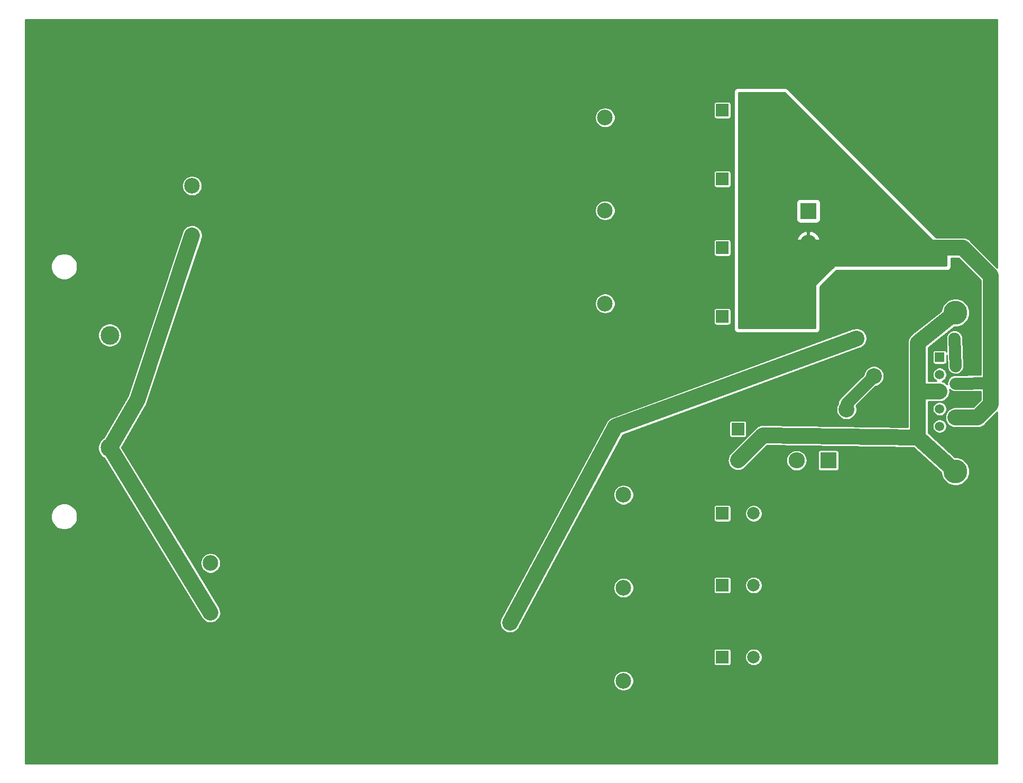
<source format=gbr>
G04 #@! TF.GenerationSoftware,KiCad,Pcbnew,(5.1.0)-1*
G04 #@! TF.CreationDate,2019-09-04T16:49:55-07:00*
G04 #@! TF.ProjectId,pwr supply rev 5,70777220-7375-4707-906c-792072657620,rev?*
G04 #@! TF.SameCoordinates,Original*
G04 #@! TF.FileFunction,Copper,L1,Top*
G04 #@! TF.FilePolarity,Positive*
%FSLAX46Y46*%
G04 Gerber Fmt 4.6, Leading zero omitted, Abs format (unit mm)*
G04 Created by KiCad (PCBNEW (5.1.0)-1) date 2019-09-04 16:49:55*
%MOMM*%
%LPD*%
G04 APERTURE LIST*
%ADD10R,2.000000X2.000000*%
%ADD11C,2.000000*%
%ADD12C,3.000000*%
%ADD13C,3.810000*%
%ADD14R,1.520000X1.520000*%
%ADD15C,1.520000*%
%ADD16C,2.500000*%
%ADD17R,2.600000X2.600000*%
%ADD18O,2.600000X2.600000*%
%ADD19C,1.905000*%
%ADD20C,2.540000*%
%ADD21C,0.600000*%
%ADD22C,2.540000*%
%ADD23C,1.905000*%
%ADD24C,0.254000*%
G04 APERTURE END LIST*
D10*
X117500000Y-102500000D03*
D11*
X122500000Y-102500000D03*
D10*
X117500000Y-48000000D03*
D11*
X122500000Y-48000000D03*
D10*
X117500000Y-91000000D03*
D11*
X122500000Y-91000000D03*
D10*
X117500000Y-37000000D03*
D11*
X122500000Y-37000000D03*
D10*
X117500000Y-79500000D03*
D11*
X122500000Y-79500000D03*
D10*
X117500000Y-26000000D03*
D11*
X122500000Y-26000000D03*
D10*
X120000000Y-66000000D03*
D11*
X120000000Y-71000000D03*
D10*
X117500000Y-15000000D03*
D11*
X122500000Y-15000000D03*
D12*
X19400000Y-60000000D03*
X19400000Y-51000000D03*
X19400000Y-69000000D03*
D13*
X154840000Y-72790000D03*
X154840000Y-47390000D03*
D14*
X152300000Y-54500000D03*
D15*
X152300000Y-57290000D03*
X152300000Y-59960000D03*
X152300000Y-62760000D03*
X152300000Y-65550000D03*
X154840000Y-55900000D03*
X154840000Y-58690000D03*
X154840000Y-61360000D03*
X154840000Y-64150000D03*
D16*
X101670000Y-76535000D03*
X101670000Y-91415000D03*
X35530000Y-87455000D03*
X35530000Y-95375000D03*
X101670000Y-106295000D03*
X98720000Y-45920000D03*
X32580000Y-35000000D03*
X32580000Y-27080000D03*
X98720000Y-31040000D03*
X98720000Y-16160000D03*
D17*
X134470000Y-71040000D03*
D18*
X129390000Y-71040000D03*
X131280000Y-36190000D03*
D17*
X131280000Y-31110000D03*
D19*
X154680000Y-51500000D03*
D20*
X83500000Y-97000000D03*
X139000000Y-51500000D03*
X137380000Y-62880000D03*
X141770000Y-57530000D03*
X157540000Y-53570000D03*
X158460000Y-68330000D03*
D21*
X153670000Y-118745000D03*
X140970000Y-118745000D03*
X128270000Y-118745000D03*
X115570000Y-118745000D03*
X102870000Y-118745000D03*
X90170000Y-118745000D03*
X77470000Y-118745000D03*
X64770000Y-118745000D03*
X52070000Y-118745000D03*
X39370000Y-118745000D03*
X26670000Y-118745000D03*
X13970000Y-118745000D03*
X6670000Y-118745000D03*
X153670000Y-1270000D03*
X140970000Y-1270000D03*
X128270000Y-1270000D03*
X115570000Y-1270000D03*
X102870000Y-1270000D03*
X90170000Y-1270000D03*
X77470000Y-1270000D03*
X64770000Y-1270000D03*
X52070000Y-1270000D03*
X39370000Y-1270000D03*
X26670000Y-1270000D03*
X13970000Y-1270000D03*
X6670000Y-1270000D03*
D20*
X9075000Y-111750000D03*
D22*
X124000000Y-67000000D02*
X148810000Y-67350000D01*
X148810000Y-67350000D02*
X148830000Y-59960000D01*
X154840000Y-72790000D02*
X148810000Y-67350000D01*
X152300000Y-59960000D02*
X148830000Y-59960000D01*
X148830000Y-52190000D02*
X148830000Y-59960000D01*
X154840000Y-47390000D02*
X148830000Y-52190000D01*
X124000000Y-67000000D02*
X120000000Y-71000000D01*
X160500000Y-58610000D02*
X160500000Y-62000000D01*
X160500000Y-41500000D02*
X160500000Y-58610000D01*
D23*
X154840000Y-58690000D02*
X160500000Y-58610000D01*
D22*
X122500000Y-37000000D02*
X156000000Y-37000000D01*
X158350000Y-64150000D02*
X154840000Y-64150000D01*
X160500000Y-62000000D02*
X158350000Y-64150000D01*
X156000000Y-37000000D02*
X160500000Y-41500000D01*
D23*
X122500000Y-26000000D02*
X122500000Y-15000000D01*
X122500000Y-37000000D02*
X122500000Y-26000000D01*
X122500000Y-48000000D02*
X122500000Y-37000000D01*
X154840000Y-55900000D02*
X154680000Y-51500000D01*
D22*
X83500000Y-97000000D02*
X100400000Y-65625000D01*
X100400000Y-65625000D02*
X139000000Y-51500000D01*
D23*
X141770000Y-57530000D02*
X137380000Y-61920000D01*
X137380000Y-61920000D02*
X137380000Y-62880000D01*
D24*
X140970000Y-118745000D02*
X153670000Y-118745000D01*
X128270000Y-118745000D02*
X140970000Y-118745000D01*
X115570000Y-118745000D02*
X128270000Y-118745000D01*
X102870000Y-118745000D02*
X115570000Y-118745000D01*
X90170000Y-118745000D02*
X102870000Y-118745000D01*
X77470000Y-118745000D02*
X90170000Y-118745000D01*
X64770000Y-118745000D02*
X77470000Y-118745000D01*
X52070000Y-118745000D02*
X64770000Y-118745000D01*
X39370000Y-118745000D02*
X52070000Y-118745000D01*
X26670000Y-118745000D02*
X39370000Y-118745000D01*
X13970000Y-118745000D02*
X26670000Y-118745000D01*
X140970000Y-1270000D02*
X153670000Y-1270000D01*
X128270000Y-1270000D02*
X140970000Y-1270000D01*
X115570000Y-1270000D02*
X128270000Y-1270000D01*
X102870000Y-1270000D02*
X115570000Y-1270000D01*
X90170000Y-1270000D02*
X102870000Y-1270000D01*
X77470000Y-1270000D02*
X90170000Y-1270000D01*
X64770000Y-1270000D02*
X77470000Y-1270000D01*
X52070000Y-1270000D02*
X64770000Y-1270000D01*
X39370000Y-1270000D02*
X52070000Y-1270000D01*
X26670000Y-1270000D02*
X39370000Y-1270000D01*
X13970000Y-1270000D02*
X26670000Y-1270000D01*
X9075000Y-111750000D02*
X9125000Y-118800000D01*
X9125000Y-118800000D02*
X6670000Y-118745000D01*
X13970000Y-118745000D02*
X9125000Y-118800000D01*
X6670000Y-1270000D02*
X13970000Y-1270000D01*
X7600000Y-43450000D02*
X6670000Y-1270000D01*
X19400000Y-60000000D02*
X7600000Y-43450000D01*
X9075000Y-111750000D02*
X7775000Y-73825000D01*
X7775000Y-73825000D02*
X19400000Y-60000000D01*
D22*
X23800000Y-61350000D02*
X32580000Y-35000000D01*
X35530000Y-95375000D02*
X19400000Y-69000000D01*
X19400000Y-69000000D02*
X23800000Y-61350000D01*
D24*
G36*
X161544000Y-40209133D02*
G01*
X157224787Y-35889921D01*
X157173082Y-35826918D01*
X156921684Y-35620602D01*
X156634867Y-35467295D01*
X156323653Y-35372889D01*
X156081104Y-35349000D01*
X156081101Y-35349000D01*
X156000000Y-35341012D01*
X155918899Y-35349000D01*
X151747026Y-35349000D01*
X127949013Y-11550987D01*
X127852787Y-11472017D01*
X127743004Y-11413336D01*
X127623882Y-11377201D01*
X127500000Y-11365000D01*
X120000000Y-11365000D01*
X119876118Y-11377201D01*
X119756996Y-11413336D01*
X119647213Y-11472017D01*
X119550987Y-11550987D01*
X119472017Y-11647213D01*
X119413336Y-11756996D01*
X119377201Y-11876118D01*
X119365000Y-12000000D01*
X119365000Y-50000000D01*
X119377201Y-50123882D01*
X119413336Y-50243004D01*
X119472017Y-50352787D01*
X119550987Y-50449013D01*
X119647213Y-50527983D01*
X119756996Y-50586664D01*
X119876118Y-50622799D01*
X120000000Y-50635000D01*
X132500000Y-50635000D01*
X132623882Y-50622799D01*
X132743004Y-50586664D01*
X132852787Y-50527983D01*
X132949013Y-50449013D01*
X133027983Y-50352787D01*
X133086664Y-50243004D01*
X133122799Y-50123882D01*
X133135000Y-50000000D01*
X133135000Y-43263026D01*
X135763026Y-40635000D01*
X153500000Y-40635000D01*
X153623882Y-40622799D01*
X153743004Y-40586664D01*
X153852787Y-40527983D01*
X153949013Y-40449013D01*
X154027983Y-40352787D01*
X154086664Y-40243004D01*
X154122799Y-40123882D01*
X154135000Y-40000000D01*
X154135000Y-38651000D01*
X155316134Y-38651000D01*
X158849000Y-42183867D01*
X158849001Y-57299703D01*
X154755653Y-57357559D01*
X154560041Y-57379621D01*
X154309779Y-57459417D01*
X154079892Y-57586504D01*
X153879215Y-57755997D01*
X153715462Y-57961384D01*
X153594923Y-58194771D01*
X153522232Y-58447188D01*
X153500182Y-58708937D01*
X153514696Y-58837625D01*
X153473082Y-58786918D01*
X153221684Y-58580602D01*
X152934867Y-58427295D01*
X152704564Y-58357433D01*
X152840466Y-58301141D01*
X153027345Y-58176273D01*
X153186273Y-58017345D01*
X153311141Y-57830466D01*
X153397152Y-57622817D01*
X153441000Y-57402379D01*
X153441000Y-57177621D01*
X153397152Y-56957183D01*
X153311141Y-56749534D01*
X153186273Y-56562655D01*
X153027345Y-56403727D01*
X152840466Y-56278859D01*
X152632817Y-56192848D01*
X152412379Y-56149000D01*
X152187621Y-56149000D01*
X151967183Y-56192848D01*
X151759534Y-56278859D01*
X151572655Y-56403727D01*
X151413727Y-56562655D01*
X151288859Y-56749534D01*
X151202848Y-56957183D01*
X151159000Y-57177621D01*
X151159000Y-57402379D01*
X151202848Y-57622817D01*
X151288859Y-57830466D01*
X151413727Y-58017345D01*
X151572655Y-58176273D01*
X151759534Y-58301141D01*
X151778507Y-58309000D01*
X150481000Y-58309000D01*
X150481000Y-53740000D01*
X151157157Y-53740000D01*
X151157157Y-55260000D01*
X151164513Y-55334689D01*
X151186299Y-55406508D01*
X151221678Y-55472696D01*
X151269289Y-55530711D01*
X151327304Y-55578322D01*
X151393492Y-55613701D01*
X151465311Y-55635487D01*
X151540000Y-55642843D01*
X153060000Y-55642843D01*
X153134689Y-55635487D01*
X153206508Y-55613701D01*
X153272696Y-55578322D01*
X153330711Y-55530711D01*
X153378322Y-55472696D01*
X153413701Y-55406508D01*
X153435487Y-55334689D01*
X153442843Y-55260000D01*
X153442843Y-54173650D01*
X153509762Y-56013923D01*
X153536163Y-56208996D01*
X153621498Y-56457424D01*
X153753660Y-56684432D01*
X153927569Y-56881294D01*
X154136542Y-57040445D01*
X154372549Y-57155770D01*
X154626519Y-57222836D01*
X154888693Y-57239066D01*
X155148997Y-57203837D01*
X155397425Y-57118502D01*
X155624432Y-56986340D01*
X155821294Y-56812431D01*
X155980445Y-56603458D01*
X156095770Y-56367451D01*
X156162836Y-56113481D01*
X156174999Y-55917005D01*
X156013500Y-51475782D01*
X156013500Y-51368662D01*
X155995919Y-51280279D01*
X155983837Y-51191003D01*
X155970353Y-51151748D01*
X155962254Y-51111032D01*
X155927770Y-51027781D01*
X155898502Y-50942575D01*
X155877619Y-50906705D01*
X155861732Y-50868351D01*
X155811665Y-50793420D01*
X155766340Y-50715568D01*
X155738865Y-50684467D01*
X155715797Y-50649943D01*
X155652068Y-50586214D01*
X155592431Y-50518706D01*
X155559417Y-50493563D01*
X155530057Y-50464203D01*
X155455121Y-50414132D01*
X155383458Y-50359555D01*
X155346170Y-50341334D01*
X155311649Y-50318268D01*
X155228390Y-50283781D01*
X155147451Y-50244230D01*
X155107324Y-50233634D01*
X155068968Y-50217746D01*
X154980583Y-50200165D01*
X154893481Y-50177164D01*
X154852058Y-50174600D01*
X154811338Y-50166500D01*
X154721218Y-50166500D01*
X154631307Y-50160934D01*
X154590180Y-50166500D01*
X154548662Y-50166500D01*
X154460279Y-50184081D01*
X154371003Y-50196163D01*
X154331748Y-50209647D01*
X154291032Y-50217746D01*
X154207781Y-50252230D01*
X154122575Y-50281498D01*
X154086705Y-50302381D01*
X154048351Y-50318268D01*
X153973420Y-50368335D01*
X153895568Y-50413660D01*
X153864467Y-50441135D01*
X153829943Y-50464203D01*
X153766214Y-50527932D01*
X153698706Y-50587569D01*
X153673563Y-50620583D01*
X153644203Y-50649943D01*
X153594132Y-50724879D01*
X153539555Y-50796542D01*
X153521334Y-50833830D01*
X153498268Y-50868351D01*
X153463781Y-50951610D01*
X153424230Y-51032549D01*
X153413634Y-51072676D01*
X153397746Y-51111032D01*
X153380165Y-51199417D01*
X153357164Y-51286519D01*
X153354600Y-51327942D01*
X153346500Y-51368662D01*
X153346500Y-51458781D01*
X153345001Y-51482995D01*
X153346500Y-51524218D01*
X153346500Y-51631338D01*
X153351267Y-51655302D01*
X153422842Y-53623626D01*
X153413701Y-53593492D01*
X153378322Y-53527304D01*
X153330711Y-53469289D01*
X153272696Y-53421678D01*
X153206508Y-53386299D01*
X153134689Y-53364513D01*
X153060000Y-53357157D01*
X151540000Y-53357157D01*
X151465311Y-53364513D01*
X151393492Y-53386299D01*
X151327304Y-53421678D01*
X151269289Y-53469289D01*
X151221678Y-53527304D01*
X151186299Y-53593492D01*
X151164513Y-53665311D01*
X151157157Y-53740000D01*
X150481000Y-53740000D01*
X150481000Y-52984336D01*
X154623314Y-49676000D01*
X155065151Y-49676000D01*
X155506802Y-49588150D01*
X155922827Y-49415827D01*
X156297240Y-49165652D01*
X156615652Y-48847240D01*
X156865827Y-48472827D01*
X157038150Y-48056802D01*
X157126000Y-47615151D01*
X157126000Y-47164849D01*
X157038150Y-46723198D01*
X156865827Y-46307173D01*
X156615652Y-45932760D01*
X156297240Y-45614348D01*
X155922827Y-45364173D01*
X155506802Y-45191850D01*
X155065151Y-45104000D01*
X154614849Y-45104000D01*
X154173198Y-45191850D01*
X153757173Y-45364173D01*
X153382760Y-45614348D01*
X153064348Y-45932760D01*
X152814173Y-46307173D01*
X152641850Y-46723198D01*
X152568669Y-47091102D01*
X147918084Y-50805381D01*
X147908316Y-50810602D01*
X147791059Y-50906832D01*
X147736304Y-50950563D01*
X147728433Y-50958228D01*
X147656918Y-51016918D01*
X147612191Y-51071418D01*
X147561690Y-51120594D01*
X147509283Y-51196813D01*
X147450602Y-51268317D01*
X147417371Y-51330488D01*
X147377430Y-51388577D01*
X147340901Y-51473554D01*
X147297295Y-51555134D01*
X147276830Y-51622600D01*
X147248991Y-51687359D01*
X147229742Y-51777826D01*
X147202889Y-51866348D01*
X147195979Y-51936506D01*
X147181308Y-52005457D01*
X147180078Y-52097947D01*
X147179000Y-52108897D01*
X147179000Y-52179071D01*
X147176985Y-52330646D01*
X147179000Y-52341531D01*
X147179001Y-59878886D01*
X147171012Y-59960000D01*
X147178781Y-60038879D01*
X147163526Y-65675609D01*
X124092720Y-65350145D01*
X123999999Y-65341012D01*
X123849745Y-65355811D01*
X123699331Y-65368486D01*
X123688038Y-65371739D01*
X123676347Y-65372890D01*
X123531886Y-65416712D01*
X123386817Y-65458493D01*
X123376379Y-65463884D01*
X123365132Y-65467296D01*
X123231925Y-65538496D01*
X123097866Y-65607739D01*
X123088686Y-65615059D01*
X123078315Y-65620602D01*
X122961567Y-65716415D01*
X122843582Y-65810488D01*
X122783474Y-65881659D01*
X118775218Y-69889916D01*
X118620602Y-70078317D01*
X118467296Y-70365133D01*
X118372890Y-70676348D01*
X118341012Y-71000000D01*
X118372890Y-71323652D01*
X118467296Y-71634867D01*
X118620602Y-71921683D01*
X118826919Y-72173081D01*
X119078317Y-72379398D01*
X119365133Y-72532704D01*
X119676348Y-72627110D01*
X120000000Y-72658988D01*
X120323652Y-72627110D01*
X120634867Y-72532704D01*
X120921683Y-72379398D01*
X121110084Y-72224782D01*
X122294866Y-71040000D01*
X127700867Y-71040000D01*
X127733323Y-71369534D01*
X127829445Y-71686403D01*
X127985537Y-71978432D01*
X128195603Y-72234397D01*
X128451568Y-72444463D01*
X128743597Y-72600555D01*
X129060466Y-72696677D01*
X129307424Y-72721000D01*
X129472576Y-72721000D01*
X129719534Y-72696677D01*
X130036403Y-72600555D01*
X130328432Y-72444463D01*
X130584397Y-72234397D01*
X130794463Y-71978432D01*
X130950555Y-71686403D01*
X131046677Y-71369534D01*
X131079133Y-71040000D01*
X131046677Y-70710466D01*
X130950555Y-70393597D01*
X130794463Y-70101568D01*
X130584397Y-69845603D01*
X130455720Y-69740000D01*
X132787157Y-69740000D01*
X132787157Y-72340000D01*
X132794513Y-72414689D01*
X132816299Y-72486508D01*
X132851678Y-72552696D01*
X132899289Y-72610711D01*
X132957304Y-72658322D01*
X133023492Y-72693701D01*
X133095311Y-72715487D01*
X133170000Y-72722843D01*
X135770000Y-72722843D01*
X135844689Y-72715487D01*
X135916508Y-72693701D01*
X135982696Y-72658322D01*
X136040711Y-72610711D01*
X136088322Y-72552696D01*
X136123701Y-72486508D01*
X136145487Y-72414689D01*
X136152843Y-72340000D01*
X136152843Y-69740000D01*
X136145487Y-69665311D01*
X136123701Y-69593492D01*
X136088322Y-69527304D01*
X136040711Y-69469289D01*
X135982696Y-69421678D01*
X135916508Y-69386299D01*
X135844689Y-69364513D01*
X135770000Y-69357157D01*
X133170000Y-69357157D01*
X133095311Y-69364513D01*
X133023492Y-69386299D01*
X132957304Y-69421678D01*
X132899289Y-69469289D01*
X132851678Y-69527304D01*
X132816299Y-69593492D01*
X132794513Y-69665311D01*
X132787157Y-69740000D01*
X130455720Y-69740000D01*
X130328432Y-69635537D01*
X130036403Y-69479445D01*
X129719534Y-69383323D01*
X129472576Y-69359000D01*
X129307424Y-69359000D01*
X129060466Y-69383323D01*
X128743597Y-69479445D01*
X128451568Y-69635537D01*
X128195603Y-69845603D01*
X127985537Y-70101568D01*
X127829445Y-70393597D01*
X127733323Y-70710466D01*
X127700867Y-71040000D01*
X122294866Y-71040000D01*
X124674192Y-68660675D01*
X148165427Y-68992070D01*
X152554000Y-72951248D01*
X152554000Y-73015151D01*
X152641850Y-73456802D01*
X152814173Y-73872827D01*
X153064348Y-74247240D01*
X153382760Y-74565652D01*
X153757173Y-74815827D01*
X154173198Y-74988150D01*
X154614849Y-75076000D01*
X155065151Y-75076000D01*
X155506802Y-74988150D01*
X155922827Y-74815827D01*
X156297240Y-74565652D01*
X156615652Y-74247240D01*
X156865827Y-73872827D01*
X157038150Y-73456802D01*
X157126000Y-73015151D01*
X157126000Y-72564849D01*
X157038150Y-72123198D01*
X156865827Y-71707173D01*
X156615652Y-71332760D01*
X156297240Y-71014348D01*
X155922827Y-70764173D01*
X155506802Y-70591850D01*
X155065151Y-70504000D01*
X154770805Y-70504000D01*
X150462988Y-66617677D01*
X150466181Y-65437621D01*
X151159000Y-65437621D01*
X151159000Y-65662379D01*
X151202848Y-65882817D01*
X151288859Y-66090466D01*
X151413727Y-66277345D01*
X151572655Y-66436273D01*
X151759534Y-66561141D01*
X151967183Y-66647152D01*
X152187621Y-66691000D01*
X152412379Y-66691000D01*
X152632817Y-66647152D01*
X152840466Y-66561141D01*
X153027345Y-66436273D01*
X153186273Y-66277345D01*
X153311141Y-66090466D01*
X153397152Y-65882817D01*
X153441000Y-65662379D01*
X153441000Y-65437621D01*
X153397152Y-65217183D01*
X153311141Y-65009534D01*
X153186273Y-64822655D01*
X153027345Y-64663727D01*
X152840466Y-64538859D01*
X152632817Y-64452848D01*
X152412379Y-64409000D01*
X152187621Y-64409000D01*
X151967183Y-64452848D01*
X151759534Y-64538859D01*
X151572655Y-64663727D01*
X151413727Y-64822655D01*
X151288859Y-65009534D01*
X151202848Y-65217183D01*
X151159000Y-65437621D01*
X150466181Y-65437621D01*
X150473731Y-62647621D01*
X151159000Y-62647621D01*
X151159000Y-62872379D01*
X151202848Y-63092817D01*
X151288859Y-63300466D01*
X151413727Y-63487345D01*
X151572655Y-63646273D01*
X151759534Y-63771141D01*
X151967183Y-63857152D01*
X152187621Y-63901000D01*
X152412379Y-63901000D01*
X152632817Y-63857152D01*
X152840466Y-63771141D01*
X153027345Y-63646273D01*
X153186273Y-63487345D01*
X153311141Y-63300466D01*
X153397152Y-63092817D01*
X153441000Y-62872379D01*
X153441000Y-62647621D01*
X153397152Y-62427183D01*
X153311141Y-62219534D01*
X153186273Y-62032655D01*
X153027345Y-61873727D01*
X152840466Y-61748859D01*
X152632817Y-61662848D01*
X152412379Y-61619000D01*
X152187621Y-61619000D01*
X151967183Y-61662848D01*
X151759534Y-61748859D01*
X151572655Y-61873727D01*
X151413727Y-62032655D01*
X151288859Y-62219534D01*
X151202848Y-62427183D01*
X151159000Y-62647621D01*
X150473731Y-62647621D01*
X150476537Y-61611000D01*
X152381104Y-61611000D01*
X152623653Y-61587111D01*
X152934867Y-61492705D01*
X153221684Y-61339398D01*
X153473082Y-61133082D01*
X153679398Y-60881684D01*
X153832705Y-60594867D01*
X153927111Y-60283653D01*
X153958988Y-59960000D01*
X153930453Y-59670284D01*
X154111384Y-59814538D01*
X154344771Y-59935077D01*
X154597188Y-60007768D01*
X154793345Y-60024292D01*
X158849000Y-59966969D01*
X158849001Y-61316132D01*
X157666134Y-62499000D01*
X154758896Y-62499000D01*
X154516347Y-62522889D01*
X154205133Y-62617295D01*
X153918316Y-62770602D01*
X153666918Y-62976918D01*
X153460602Y-63228316D01*
X153307295Y-63515133D01*
X153212889Y-63826347D01*
X153181012Y-64150000D01*
X153212889Y-64473653D01*
X153307295Y-64784867D01*
X153460602Y-65071684D01*
X153666918Y-65323082D01*
X153918316Y-65529398D01*
X154205133Y-65682705D01*
X154516347Y-65777111D01*
X154758896Y-65801000D01*
X158268899Y-65801000D01*
X158350000Y-65808988D01*
X158431101Y-65801000D01*
X158431104Y-65801000D01*
X158673653Y-65777111D01*
X158984867Y-65682705D01*
X159271684Y-65529398D01*
X159523082Y-65323082D01*
X159574787Y-65260079D01*
X161544001Y-63290866D01*
X161544001Y-119544000D01*
X5856000Y-119544000D01*
X5856000Y-106134360D01*
X100039000Y-106134360D01*
X100039000Y-106455640D01*
X100101678Y-106770745D01*
X100224626Y-107067568D01*
X100403119Y-107334702D01*
X100630298Y-107561881D01*
X100897432Y-107740374D01*
X101194255Y-107863322D01*
X101509360Y-107926000D01*
X101830640Y-107926000D01*
X102145745Y-107863322D01*
X102442568Y-107740374D01*
X102709702Y-107561881D01*
X102936881Y-107334702D01*
X103115374Y-107067568D01*
X103238322Y-106770745D01*
X103301000Y-106455640D01*
X103301000Y-106134360D01*
X103238322Y-105819255D01*
X103115374Y-105522432D01*
X102936881Y-105255298D01*
X102709702Y-105028119D01*
X102442568Y-104849626D01*
X102145745Y-104726678D01*
X101830640Y-104664000D01*
X101509360Y-104664000D01*
X101194255Y-104726678D01*
X100897432Y-104849626D01*
X100630298Y-105028119D01*
X100403119Y-105255298D01*
X100224626Y-105522432D01*
X100101678Y-105819255D01*
X100039000Y-106134360D01*
X5856000Y-106134360D01*
X5856000Y-101500000D01*
X116117157Y-101500000D01*
X116117157Y-103500000D01*
X116124513Y-103574689D01*
X116146299Y-103646508D01*
X116181678Y-103712696D01*
X116229289Y-103770711D01*
X116287304Y-103818322D01*
X116353492Y-103853701D01*
X116425311Y-103875487D01*
X116500000Y-103882843D01*
X118500000Y-103882843D01*
X118574689Y-103875487D01*
X118646508Y-103853701D01*
X118712696Y-103818322D01*
X118770711Y-103770711D01*
X118818322Y-103712696D01*
X118853701Y-103646508D01*
X118875487Y-103574689D01*
X118882843Y-103500000D01*
X118882843Y-102363983D01*
X121119000Y-102363983D01*
X121119000Y-102636017D01*
X121172071Y-102902823D01*
X121276174Y-103154149D01*
X121427307Y-103380336D01*
X121619664Y-103572693D01*
X121845851Y-103723826D01*
X122097177Y-103827929D01*
X122363983Y-103881000D01*
X122636017Y-103881000D01*
X122902823Y-103827929D01*
X123154149Y-103723826D01*
X123380336Y-103572693D01*
X123572693Y-103380336D01*
X123723826Y-103154149D01*
X123827929Y-102902823D01*
X123881000Y-102636017D01*
X123881000Y-102363983D01*
X123827929Y-102097177D01*
X123723826Y-101845851D01*
X123572693Y-101619664D01*
X123380336Y-101427307D01*
X123154149Y-101276174D01*
X122902823Y-101172071D01*
X122636017Y-101119000D01*
X122363983Y-101119000D01*
X122097177Y-101172071D01*
X121845851Y-101276174D01*
X121619664Y-101427307D01*
X121427307Y-101619664D01*
X121276174Y-101845851D01*
X121172071Y-102097177D01*
X121119000Y-102363983D01*
X118882843Y-102363983D01*
X118882843Y-101500000D01*
X118875487Y-101425311D01*
X118853701Y-101353492D01*
X118818322Y-101287304D01*
X118770711Y-101229289D01*
X118712696Y-101181678D01*
X118646508Y-101146299D01*
X118574689Y-101124513D01*
X118500000Y-101117157D01*
X116500000Y-101117157D01*
X116425311Y-101124513D01*
X116353492Y-101146299D01*
X116287304Y-101181678D01*
X116229289Y-101229289D01*
X116181678Y-101287304D01*
X116146299Y-101353492D01*
X116124513Y-101425311D01*
X116117157Y-101500000D01*
X5856000Y-101500000D01*
X5856000Y-97157308D01*
X81848488Y-97157308D01*
X81849000Y-97159926D01*
X81849000Y-97162609D01*
X81880276Y-97319843D01*
X81910910Y-97476480D01*
X81911924Y-97478951D01*
X81912447Y-97481579D01*
X81973788Y-97629669D01*
X82034401Y-97777340D01*
X82035876Y-97779563D01*
X82036903Y-97782042D01*
X82126004Y-97915390D01*
X82214214Y-98048328D01*
X82216095Y-98050221D01*
X82217585Y-98052451D01*
X82330921Y-98165787D01*
X82443438Y-98279029D01*
X82445654Y-98280520D01*
X82447549Y-98282415D01*
X82580825Y-98371467D01*
X82713266Y-98460578D01*
X82715728Y-98461607D01*
X82717958Y-98463097D01*
X82866130Y-98524472D01*
X83013329Y-98585998D01*
X83015943Y-98586527D01*
X83018421Y-98587553D01*
X83175721Y-98618842D01*
X83332092Y-98650468D01*
X83334760Y-98650477D01*
X83337391Y-98651000D01*
X83497815Y-98651000D01*
X83657308Y-98651512D01*
X83659926Y-98651000D01*
X83662609Y-98651000D01*
X83819843Y-98619724D01*
X83976480Y-98589090D01*
X83978951Y-98588076D01*
X83981579Y-98587553D01*
X84129669Y-98526212D01*
X84277340Y-98465599D01*
X84279563Y-98464124D01*
X84282042Y-98463097D01*
X84415390Y-98373996D01*
X84548328Y-98285786D01*
X84550221Y-98283905D01*
X84552451Y-98282415D01*
X84665787Y-98169079D01*
X84779029Y-98056562D01*
X84780520Y-98054346D01*
X84782415Y-98052451D01*
X84871445Y-97919209D01*
X84915084Y-97854350D01*
X84916339Y-97852020D01*
X84963097Y-97782042D01*
X84993272Y-97709194D01*
X88470138Y-91254360D01*
X100039000Y-91254360D01*
X100039000Y-91575640D01*
X100101678Y-91890745D01*
X100224626Y-92187568D01*
X100403119Y-92454702D01*
X100630298Y-92681881D01*
X100897432Y-92860374D01*
X101194255Y-92983322D01*
X101509360Y-93046000D01*
X101830640Y-93046000D01*
X102145745Y-92983322D01*
X102442568Y-92860374D01*
X102709702Y-92681881D01*
X102936881Y-92454702D01*
X103115374Y-92187568D01*
X103238322Y-91890745D01*
X103301000Y-91575640D01*
X103301000Y-91254360D01*
X103238322Y-90939255D01*
X103115374Y-90642432D01*
X102936881Y-90375298D01*
X102709702Y-90148119D01*
X102488026Y-90000000D01*
X116117157Y-90000000D01*
X116117157Y-92000000D01*
X116124513Y-92074689D01*
X116146299Y-92146508D01*
X116181678Y-92212696D01*
X116229289Y-92270711D01*
X116287304Y-92318322D01*
X116353492Y-92353701D01*
X116425311Y-92375487D01*
X116500000Y-92382843D01*
X118500000Y-92382843D01*
X118574689Y-92375487D01*
X118646508Y-92353701D01*
X118712696Y-92318322D01*
X118770711Y-92270711D01*
X118818322Y-92212696D01*
X118853701Y-92146508D01*
X118875487Y-92074689D01*
X118882843Y-92000000D01*
X118882843Y-90863983D01*
X121119000Y-90863983D01*
X121119000Y-91136017D01*
X121172071Y-91402823D01*
X121276174Y-91654149D01*
X121427307Y-91880336D01*
X121619664Y-92072693D01*
X121845851Y-92223826D01*
X122097177Y-92327929D01*
X122363983Y-92381000D01*
X122636017Y-92381000D01*
X122902823Y-92327929D01*
X123154149Y-92223826D01*
X123380336Y-92072693D01*
X123572693Y-91880336D01*
X123723826Y-91654149D01*
X123827929Y-91402823D01*
X123881000Y-91136017D01*
X123881000Y-90863983D01*
X123827929Y-90597177D01*
X123723826Y-90345851D01*
X123572693Y-90119664D01*
X123380336Y-89927307D01*
X123154149Y-89776174D01*
X122902823Y-89672071D01*
X122636017Y-89619000D01*
X122363983Y-89619000D01*
X122097177Y-89672071D01*
X121845851Y-89776174D01*
X121619664Y-89927307D01*
X121427307Y-90119664D01*
X121276174Y-90345851D01*
X121172071Y-90597177D01*
X121119000Y-90863983D01*
X118882843Y-90863983D01*
X118882843Y-90000000D01*
X118875487Y-89925311D01*
X118853701Y-89853492D01*
X118818322Y-89787304D01*
X118770711Y-89729289D01*
X118712696Y-89681678D01*
X118646508Y-89646299D01*
X118574689Y-89624513D01*
X118500000Y-89617157D01*
X116500000Y-89617157D01*
X116425311Y-89624513D01*
X116353492Y-89646299D01*
X116287304Y-89681678D01*
X116229289Y-89729289D01*
X116181678Y-89787304D01*
X116146299Y-89853492D01*
X116124513Y-89925311D01*
X116117157Y-90000000D01*
X102488026Y-90000000D01*
X102442568Y-89969626D01*
X102145745Y-89846678D01*
X101830640Y-89784000D01*
X101509360Y-89784000D01*
X101194255Y-89846678D01*
X100897432Y-89969626D01*
X100630298Y-90148119D01*
X100403119Y-90375298D01*
X100224626Y-90642432D01*
X100101678Y-90939255D01*
X100039000Y-91254360D01*
X88470138Y-91254360D01*
X95340215Y-78500000D01*
X116117157Y-78500000D01*
X116117157Y-80500000D01*
X116124513Y-80574689D01*
X116146299Y-80646508D01*
X116181678Y-80712696D01*
X116229289Y-80770711D01*
X116287304Y-80818322D01*
X116353492Y-80853701D01*
X116425311Y-80875487D01*
X116500000Y-80882843D01*
X118500000Y-80882843D01*
X118574689Y-80875487D01*
X118646508Y-80853701D01*
X118712696Y-80818322D01*
X118770711Y-80770711D01*
X118818322Y-80712696D01*
X118853701Y-80646508D01*
X118875487Y-80574689D01*
X118882843Y-80500000D01*
X118882843Y-79363983D01*
X121119000Y-79363983D01*
X121119000Y-79636017D01*
X121172071Y-79902823D01*
X121276174Y-80154149D01*
X121427307Y-80380336D01*
X121619664Y-80572693D01*
X121845851Y-80723826D01*
X122097177Y-80827929D01*
X122363983Y-80881000D01*
X122636017Y-80881000D01*
X122902823Y-80827929D01*
X123154149Y-80723826D01*
X123380336Y-80572693D01*
X123572693Y-80380336D01*
X123723826Y-80154149D01*
X123827929Y-79902823D01*
X123881000Y-79636017D01*
X123881000Y-79363983D01*
X123827929Y-79097177D01*
X123723826Y-78845851D01*
X123572693Y-78619664D01*
X123380336Y-78427307D01*
X123154149Y-78276174D01*
X122902823Y-78172071D01*
X122636017Y-78119000D01*
X122363983Y-78119000D01*
X122097177Y-78172071D01*
X121845851Y-78276174D01*
X121619664Y-78427307D01*
X121427307Y-78619664D01*
X121276174Y-78845851D01*
X121172071Y-79097177D01*
X121119000Y-79363983D01*
X118882843Y-79363983D01*
X118882843Y-78500000D01*
X118875487Y-78425311D01*
X118853701Y-78353492D01*
X118818322Y-78287304D01*
X118770711Y-78229289D01*
X118712696Y-78181678D01*
X118646508Y-78146299D01*
X118574689Y-78124513D01*
X118500000Y-78117157D01*
X116500000Y-78117157D01*
X116425311Y-78124513D01*
X116353492Y-78146299D01*
X116287304Y-78181678D01*
X116229289Y-78229289D01*
X116181678Y-78287304D01*
X116146299Y-78353492D01*
X116124513Y-78425311D01*
X116117157Y-78500000D01*
X95340215Y-78500000D01*
X96485182Y-76374360D01*
X100039000Y-76374360D01*
X100039000Y-76695640D01*
X100101678Y-77010745D01*
X100224626Y-77307568D01*
X100403119Y-77574702D01*
X100630298Y-77801881D01*
X100897432Y-77980374D01*
X101194255Y-78103322D01*
X101509360Y-78166000D01*
X101830640Y-78166000D01*
X102145745Y-78103322D01*
X102442568Y-77980374D01*
X102709702Y-77801881D01*
X102936881Y-77574702D01*
X103115374Y-77307568D01*
X103238322Y-77010745D01*
X103301000Y-76695640D01*
X103301000Y-76374360D01*
X103238322Y-76059255D01*
X103115374Y-75762432D01*
X102936881Y-75495298D01*
X102709702Y-75268119D01*
X102442568Y-75089626D01*
X102145745Y-74966678D01*
X101830640Y-74904000D01*
X101509360Y-74904000D01*
X101194255Y-74966678D01*
X100897432Y-75089626D01*
X100630298Y-75268119D01*
X100403119Y-75495298D01*
X100224626Y-75762432D01*
X100101678Y-76059255D01*
X100039000Y-76374360D01*
X96485182Y-76374360D01*
X101556196Y-66959978D01*
X106912313Y-65000000D01*
X118617157Y-65000000D01*
X118617157Y-67000000D01*
X118624513Y-67074689D01*
X118646299Y-67146508D01*
X118681678Y-67212696D01*
X118729289Y-67270711D01*
X118787304Y-67318322D01*
X118853492Y-67353701D01*
X118925311Y-67375487D01*
X119000000Y-67382843D01*
X121000000Y-67382843D01*
X121074689Y-67375487D01*
X121146508Y-67353701D01*
X121212696Y-67318322D01*
X121270711Y-67270711D01*
X121318322Y-67212696D01*
X121353701Y-67146508D01*
X121375487Y-67074689D01*
X121382843Y-67000000D01*
X121382843Y-65000000D01*
X121375487Y-64925311D01*
X121353701Y-64853492D01*
X121318322Y-64787304D01*
X121270711Y-64729289D01*
X121212696Y-64681678D01*
X121146508Y-64646299D01*
X121074689Y-64624513D01*
X121000000Y-64617157D01*
X119000000Y-64617157D01*
X118925311Y-64624513D01*
X118853492Y-64646299D01*
X118787304Y-64681678D01*
X118729289Y-64729289D01*
X118681678Y-64787304D01*
X118646299Y-64853492D01*
X118624513Y-64925311D01*
X118617157Y-65000000D01*
X106912313Y-65000000D01*
X113150098Y-62717391D01*
X135729000Y-62717391D01*
X135729000Y-63042609D01*
X135792447Y-63361579D01*
X135916903Y-63662042D01*
X136097585Y-63932451D01*
X136327549Y-64162415D01*
X136597958Y-64343097D01*
X136898421Y-64467553D01*
X137217391Y-64531000D01*
X137542609Y-64531000D01*
X137861579Y-64467553D01*
X138162042Y-64343097D01*
X138432451Y-64162415D01*
X138662415Y-63932451D01*
X138843097Y-63662042D01*
X138967553Y-63361579D01*
X139031000Y-63042609D01*
X139031000Y-62717391D01*
X138967553Y-62398421D01*
X138914797Y-62271056D01*
X142022792Y-59163061D01*
X142251579Y-59117553D01*
X142552042Y-58993097D01*
X142822451Y-58812415D01*
X143052415Y-58582451D01*
X143233097Y-58312042D01*
X143357553Y-58011579D01*
X143421000Y-57692609D01*
X143421000Y-57367391D01*
X143357553Y-57048421D01*
X143233097Y-56747958D01*
X143052415Y-56477549D01*
X142822451Y-56247585D01*
X142552042Y-56066903D01*
X142251579Y-55942447D01*
X141932609Y-55879000D01*
X141607391Y-55879000D01*
X141288421Y-55942447D01*
X140987958Y-56066903D01*
X140717549Y-56247585D01*
X140487585Y-56477549D01*
X140306903Y-56747958D01*
X140182447Y-57048421D01*
X140136939Y-57277208D01*
X136483397Y-60930750D01*
X136432511Y-60972511D01*
X136390752Y-61023395D01*
X136265871Y-61175563D01*
X136237309Y-61229000D01*
X136142046Y-61407224D01*
X136065795Y-61658589D01*
X136046500Y-61854493D01*
X136046500Y-61854503D01*
X136040782Y-61912561D01*
X135916903Y-62097958D01*
X135792447Y-62398421D01*
X135729000Y-62717391D01*
X113150098Y-62717391D01*
X139447394Y-53094353D01*
X139481579Y-53087553D01*
X139599837Y-53038569D01*
X139643525Y-53022582D01*
X139674738Y-53007544D01*
X139782042Y-52963097D01*
X139820946Y-52937102D01*
X139863093Y-52916796D01*
X139955877Y-52846944D01*
X140052451Y-52782415D01*
X140085534Y-52749332D01*
X140122912Y-52721192D01*
X140200288Y-52634578D01*
X140282415Y-52552451D01*
X140308409Y-52513548D01*
X140339578Y-52478658D01*
X140398567Y-52378618D01*
X140463097Y-52282042D01*
X140481003Y-52238814D01*
X140504765Y-52198515D01*
X140543100Y-52088898D01*
X140587553Y-51981579D01*
X140596683Y-51935680D01*
X140612124Y-51891527D01*
X140628336Y-51776548D01*
X140651000Y-51662609D01*
X140651000Y-51615813D01*
X140657531Y-51569494D01*
X140651000Y-51453555D01*
X140651000Y-51337391D01*
X140641871Y-51291496D01*
X140639240Y-51244791D01*
X140610216Y-51132353D01*
X140587553Y-51018421D01*
X140569645Y-50975187D01*
X140557953Y-50929894D01*
X140507552Y-50825283D01*
X140463097Y-50717958D01*
X140437098Y-50679048D01*
X140416795Y-50636907D01*
X140346952Y-50544135D01*
X140282415Y-50447549D01*
X140249328Y-50414462D01*
X140221191Y-50377088D01*
X140134589Y-50299723D01*
X140052451Y-50217585D01*
X140013541Y-50191586D01*
X139978656Y-50160422D01*
X139878633Y-50101443D01*
X139782042Y-50036903D01*
X139738807Y-50018994D01*
X139698513Y-49995235D01*
X139588907Y-49956904D01*
X139481579Y-49912447D01*
X139435678Y-49903317D01*
X139391526Y-49887876D01*
X139276550Y-49871664D01*
X139162609Y-49849000D01*
X139115812Y-49849000D01*
X139069493Y-49842469D01*
X138953554Y-49849000D01*
X138837391Y-49849000D01*
X138791497Y-49858129D01*
X138744790Y-49860760D01*
X138632347Y-49889786D01*
X138518421Y-49912447D01*
X138400147Y-49961438D01*
X99955112Y-64029731D01*
X99923519Y-64035910D01*
X99802643Y-64085525D01*
X99756475Y-64102419D01*
X99727657Y-64116303D01*
X99622658Y-64159401D01*
X99581450Y-64186745D01*
X99536907Y-64208205D01*
X99446246Y-64276459D01*
X99351671Y-64339214D01*
X99316592Y-64374069D01*
X99277088Y-64403809D01*
X99201484Y-64488440D01*
X99120970Y-64568438D01*
X99093363Y-64609470D01*
X99060422Y-64646343D01*
X99002783Y-64744094D01*
X98984915Y-64770650D01*
X98961589Y-64813954D01*
X98895234Y-64926487D01*
X98884609Y-64956870D01*
X82083663Y-96147977D01*
X82036903Y-96217958D01*
X81975522Y-96366145D01*
X81914002Y-96513329D01*
X81913473Y-96515943D01*
X81912447Y-96518421D01*
X81881158Y-96675721D01*
X81849532Y-96832092D01*
X81849523Y-96834760D01*
X81849000Y-96837391D01*
X81849000Y-96997815D01*
X81848488Y-97157308D01*
X5856000Y-97157308D01*
X5856000Y-79790115D01*
X9969000Y-79790115D01*
X9969000Y-80209885D01*
X10050893Y-80621590D01*
X10211532Y-81009407D01*
X10444744Y-81358433D01*
X10741567Y-81655256D01*
X11090593Y-81888468D01*
X11478410Y-82049107D01*
X11890115Y-82131000D01*
X12309885Y-82131000D01*
X12721590Y-82049107D01*
X13109407Y-81888468D01*
X13458433Y-81655256D01*
X13755256Y-81358433D01*
X13988468Y-81009407D01*
X14149107Y-80621590D01*
X14231000Y-80209885D01*
X14231000Y-79790115D01*
X14149107Y-79378410D01*
X13988468Y-78990593D01*
X13755256Y-78641567D01*
X13458433Y-78344744D01*
X13109407Y-78111532D01*
X12721590Y-77950893D01*
X12309885Y-77869000D01*
X11890115Y-77869000D01*
X11478410Y-77950893D01*
X11090593Y-78111532D01*
X10741567Y-78344744D01*
X10444744Y-78641567D01*
X10211532Y-78990593D01*
X10050893Y-79378410D01*
X9969000Y-79790115D01*
X5856000Y-79790115D01*
X5856000Y-68814738D01*
X17519000Y-68814738D01*
X17519000Y-69185262D01*
X17591286Y-69548667D01*
X17733080Y-69890987D01*
X17938932Y-70199067D01*
X18200933Y-70461068D01*
X18466982Y-70638836D01*
X34163830Y-96305569D01*
X34310755Y-96500026D01*
X34553664Y-96716271D01*
X34834093Y-96880973D01*
X35141265Y-96987801D01*
X35463377Y-97032649D01*
X35788048Y-97013796D01*
X36102803Y-96931964D01*
X36395546Y-96790299D01*
X36655026Y-96594244D01*
X36871271Y-96351336D01*
X37035972Y-96070906D01*
X37142801Y-95763734D01*
X37187649Y-95441622D01*
X37168795Y-95116951D01*
X37086964Y-94802197D01*
X36980799Y-94582812D01*
X32523444Y-87294360D01*
X33899000Y-87294360D01*
X33899000Y-87615640D01*
X33961678Y-87930745D01*
X34084626Y-88227568D01*
X34263119Y-88494702D01*
X34490298Y-88721881D01*
X34757432Y-88900374D01*
X35054255Y-89023322D01*
X35369360Y-89086000D01*
X35690640Y-89086000D01*
X36005745Y-89023322D01*
X36302568Y-88900374D01*
X36569702Y-88721881D01*
X36796881Y-88494702D01*
X36975374Y-88227568D01*
X37098322Y-87930745D01*
X37161000Y-87615640D01*
X37161000Y-87294360D01*
X37098322Y-86979255D01*
X36975374Y-86682432D01*
X36796881Y-86415298D01*
X36569702Y-86188119D01*
X36302568Y-86009626D01*
X36005745Y-85886678D01*
X35690640Y-85824000D01*
X35369360Y-85824000D01*
X35054255Y-85886678D01*
X34757432Y-86009626D01*
X34490298Y-86188119D01*
X34263119Y-86415298D01*
X34084626Y-86682432D01*
X33961678Y-86979255D01*
X33899000Y-87294360D01*
X32523444Y-87294360D01*
X21319469Y-68974161D01*
X25192366Y-62240602D01*
X25241358Y-62171417D01*
X25306215Y-62026109D01*
X25371819Y-61880685D01*
X25390938Y-61798075D01*
X30735148Y-45759360D01*
X97089000Y-45759360D01*
X97089000Y-46080640D01*
X97151678Y-46395745D01*
X97274626Y-46692568D01*
X97453119Y-46959702D01*
X97680298Y-47186881D01*
X97947432Y-47365374D01*
X98244255Y-47488322D01*
X98559360Y-47551000D01*
X98880640Y-47551000D01*
X99195745Y-47488322D01*
X99492568Y-47365374D01*
X99759702Y-47186881D01*
X99946583Y-47000000D01*
X116117157Y-47000000D01*
X116117157Y-49000000D01*
X116124513Y-49074689D01*
X116146299Y-49146508D01*
X116181678Y-49212696D01*
X116229289Y-49270711D01*
X116287304Y-49318322D01*
X116353492Y-49353701D01*
X116425311Y-49375487D01*
X116500000Y-49382843D01*
X118500000Y-49382843D01*
X118574689Y-49375487D01*
X118646508Y-49353701D01*
X118712696Y-49318322D01*
X118770711Y-49270711D01*
X118818322Y-49212696D01*
X118853701Y-49146508D01*
X118875487Y-49074689D01*
X118882843Y-49000000D01*
X118882843Y-47000000D01*
X118875487Y-46925311D01*
X118853701Y-46853492D01*
X118818322Y-46787304D01*
X118770711Y-46729289D01*
X118712696Y-46681678D01*
X118646508Y-46646299D01*
X118574689Y-46624513D01*
X118500000Y-46617157D01*
X116500000Y-46617157D01*
X116425311Y-46624513D01*
X116353492Y-46646299D01*
X116287304Y-46681678D01*
X116229289Y-46729289D01*
X116181678Y-46787304D01*
X116146299Y-46853492D01*
X116124513Y-46925311D01*
X116117157Y-47000000D01*
X99946583Y-47000000D01*
X99986881Y-46959702D01*
X100165374Y-46692568D01*
X100288322Y-46395745D01*
X100351000Y-46080640D01*
X100351000Y-45759360D01*
X100288322Y-45444255D01*
X100165374Y-45147432D01*
X99986881Y-44880298D01*
X99759702Y-44653119D01*
X99492568Y-44474626D01*
X99195745Y-44351678D01*
X98880640Y-44289000D01*
X98559360Y-44289000D01*
X98244255Y-44351678D01*
X97947432Y-44474626D01*
X97680298Y-44653119D01*
X97453119Y-44880298D01*
X97274626Y-45147432D01*
X97151678Y-45444255D01*
X97089000Y-45759360D01*
X30735148Y-45759360D01*
X33987033Y-36000000D01*
X116117157Y-36000000D01*
X116117157Y-38000000D01*
X116124513Y-38074689D01*
X116146299Y-38146508D01*
X116181678Y-38212696D01*
X116229289Y-38270711D01*
X116287304Y-38318322D01*
X116353492Y-38353701D01*
X116425311Y-38375487D01*
X116500000Y-38382843D01*
X118500000Y-38382843D01*
X118574689Y-38375487D01*
X118646508Y-38353701D01*
X118712696Y-38318322D01*
X118770711Y-38270711D01*
X118818322Y-38212696D01*
X118853701Y-38146508D01*
X118875487Y-38074689D01*
X118882843Y-38000000D01*
X118882843Y-36000000D01*
X118875487Y-35925311D01*
X118853701Y-35853492D01*
X118818322Y-35787304D01*
X118770711Y-35729289D01*
X118712696Y-35681678D01*
X118646508Y-35646299D01*
X118574689Y-35624513D01*
X118500000Y-35617157D01*
X116500000Y-35617157D01*
X116425311Y-35624513D01*
X116353492Y-35646299D01*
X116287304Y-35681678D01*
X116229289Y-35729289D01*
X116181678Y-35787304D01*
X116146299Y-35853492D01*
X116124513Y-35925311D01*
X116117157Y-36000000D01*
X33987033Y-36000000D01*
X34171974Y-35444969D01*
X34225984Y-35207306D01*
X34234800Y-34882208D01*
X34180024Y-34561636D01*
X34063759Y-34257909D01*
X33890474Y-33982701D01*
X33666828Y-33746588D01*
X33401417Y-33558642D01*
X33104438Y-33426086D01*
X32787306Y-33354016D01*
X32462207Y-33345200D01*
X32141635Y-33399976D01*
X31837908Y-33516240D01*
X31562701Y-33689526D01*
X31326587Y-33913171D01*
X31138641Y-34178583D01*
X31039303Y-34401142D01*
X22286115Y-60670675D01*
X18419896Y-67392626D01*
X18200933Y-67538932D01*
X17938932Y-67800933D01*
X17733080Y-68109013D01*
X17591286Y-68451333D01*
X17519000Y-68814738D01*
X5856000Y-68814738D01*
X5856000Y-50814738D01*
X17519000Y-50814738D01*
X17519000Y-51185262D01*
X17591286Y-51548667D01*
X17733080Y-51890987D01*
X17938932Y-52199067D01*
X18200933Y-52461068D01*
X18509013Y-52666920D01*
X18851333Y-52808714D01*
X19214738Y-52881000D01*
X19585262Y-52881000D01*
X19948667Y-52808714D01*
X20290987Y-52666920D01*
X20599067Y-52461068D01*
X20861068Y-52199067D01*
X21066920Y-51890987D01*
X21208714Y-51548667D01*
X21281000Y-51185262D01*
X21281000Y-50814738D01*
X21208714Y-50451333D01*
X21066920Y-50109013D01*
X20861068Y-49800933D01*
X20599067Y-49538932D01*
X20290987Y-49333080D01*
X19948667Y-49191286D01*
X19585262Y-49119000D01*
X19214738Y-49119000D01*
X18851333Y-49191286D01*
X18509013Y-49333080D01*
X18200933Y-49538932D01*
X17938932Y-49800933D01*
X17733080Y-50109013D01*
X17591286Y-50451333D01*
X17519000Y-50814738D01*
X5856000Y-50814738D01*
X5856000Y-39790115D01*
X9969000Y-39790115D01*
X9969000Y-40209885D01*
X10050893Y-40621590D01*
X10211532Y-41009407D01*
X10444744Y-41358433D01*
X10741567Y-41655256D01*
X11090593Y-41888468D01*
X11478410Y-42049107D01*
X11890115Y-42131000D01*
X12309885Y-42131000D01*
X12721590Y-42049107D01*
X13109407Y-41888468D01*
X13458433Y-41655256D01*
X13755256Y-41358433D01*
X13988468Y-41009407D01*
X14149107Y-40621590D01*
X14231000Y-40209885D01*
X14231000Y-39790115D01*
X14149107Y-39378410D01*
X13988468Y-38990593D01*
X13755256Y-38641567D01*
X13458433Y-38344744D01*
X13109407Y-38111532D01*
X12721590Y-37950893D01*
X12309885Y-37869000D01*
X11890115Y-37869000D01*
X11478410Y-37950893D01*
X11090593Y-38111532D01*
X10741567Y-38344744D01*
X10444744Y-38641567D01*
X10211532Y-38990593D01*
X10050893Y-39378410D01*
X9969000Y-39790115D01*
X5856000Y-39790115D01*
X5856000Y-30879360D01*
X97089000Y-30879360D01*
X97089000Y-31200640D01*
X97151678Y-31515745D01*
X97274626Y-31812568D01*
X97453119Y-32079702D01*
X97680298Y-32306881D01*
X97947432Y-32485374D01*
X98244255Y-32608322D01*
X98559360Y-32671000D01*
X98880640Y-32671000D01*
X99195745Y-32608322D01*
X99492568Y-32485374D01*
X99759702Y-32306881D01*
X99986881Y-32079702D01*
X100165374Y-31812568D01*
X100288322Y-31515745D01*
X100351000Y-31200640D01*
X100351000Y-30879360D01*
X100288322Y-30564255D01*
X100165374Y-30267432D01*
X99986881Y-30000298D01*
X99759702Y-29773119D01*
X99492568Y-29594626D01*
X99195745Y-29471678D01*
X98880640Y-29409000D01*
X98559360Y-29409000D01*
X98244255Y-29471678D01*
X97947432Y-29594626D01*
X97680298Y-29773119D01*
X97453119Y-30000298D01*
X97274626Y-30267432D01*
X97151678Y-30564255D01*
X97089000Y-30879360D01*
X5856000Y-30879360D01*
X5856000Y-26919360D01*
X30949000Y-26919360D01*
X30949000Y-27240640D01*
X31011678Y-27555745D01*
X31134626Y-27852568D01*
X31313119Y-28119702D01*
X31540298Y-28346881D01*
X31807432Y-28525374D01*
X32104255Y-28648322D01*
X32419360Y-28711000D01*
X32740640Y-28711000D01*
X33055745Y-28648322D01*
X33352568Y-28525374D01*
X33619702Y-28346881D01*
X33846881Y-28119702D01*
X34025374Y-27852568D01*
X34148322Y-27555745D01*
X34211000Y-27240640D01*
X34211000Y-26919360D01*
X34148322Y-26604255D01*
X34025374Y-26307432D01*
X33846881Y-26040298D01*
X33619702Y-25813119D01*
X33352568Y-25634626D01*
X33055745Y-25511678D01*
X32740640Y-25449000D01*
X32419360Y-25449000D01*
X32104255Y-25511678D01*
X31807432Y-25634626D01*
X31540298Y-25813119D01*
X31313119Y-26040298D01*
X31134626Y-26307432D01*
X31011678Y-26604255D01*
X30949000Y-26919360D01*
X5856000Y-26919360D01*
X5856000Y-25000000D01*
X116117157Y-25000000D01*
X116117157Y-27000000D01*
X116124513Y-27074689D01*
X116146299Y-27146508D01*
X116181678Y-27212696D01*
X116229289Y-27270711D01*
X116287304Y-27318322D01*
X116353492Y-27353701D01*
X116425311Y-27375487D01*
X116500000Y-27382843D01*
X118500000Y-27382843D01*
X118574689Y-27375487D01*
X118646508Y-27353701D01*
X118712696Y-27318322D01*
X118770711Y-27270711D01*
X118818322Y-27212696D01*
X118853701Y-27146508D01*
X118875487Y-27074689D01*
X118882843Y-27000000D01*
X118882843Y-25000000D01*
X118875487Y-24925311D01*
X118853701Y-24853492D01*
X118818322Y-24787304D01*
X118770711Y-24729289D01*
X118712696Y-24681678D01*
X118646508Y-24646299D01*
X118574689Y-24624513D01*
X118500000Y-24617157D01*
X116500000Y-24617157D01*
X116425311Y-24624513D01*
X116353492Y-24646299D01*
X116287304Y-24681678D01*
X116229289Y-24729289D01*
X116181678Y-24787304D01*
X116146299Y-24853492D01*
X116124513Y-24925311D01*
X116117157Y-25000000D01*
X5856000Y-25000000D01*
X5856000Y-15999360D01*
X97089000Y-15999360D01*
X97089000Y-16320640D01*
X97151678Y-16635745D01*
X97274626Y-16932568D01*
X97453119Y-17199702D01*
X97680298Y-17426881D01*
X97947432Y-17605374D01*
X98244255Y-17728322D01*
X98559360Y-17791000D01*
X98880640Y-17791000D01*
X99195745Y-17728322D01*
X99492568Y-17605374D01*
X99759702Y-17426881D01*
X99986881Y-17199702D01*
X100165374Y-16932568D01*
X100288322Y-16635745D01*
X100351000Y-16320640D01*
X100351000Y-15999360D01*
X100288322Y-15684255D01*
X100165374Y-15387432D01*
X99986881Y-15120298D01*
X99759702Y-14893119D01*
X99492568Y-14714626D01*
X99195745Y-14591678D01*
X98880640Y-14529000D01*
X98559360Y-14529000D01*
X98244255Y-14591678D01*
X97947432Y-14714626D01*
X97680298Y-14893119D01*
X97453119Y-15120298D01*
X97274626Y-15387432D01*
X97151678Y-15684255D01*
X97089000Y-15999360D01*
X5856000Y-15999360D01*
X5856000Y-14000000D01*
X116117157Y-14000000D01*
X116117157Y-16000000D01*
X116124513Y-16074689D01*
X116146299Y-16146508D01*
X116181678Y-16212696D01*
X116229289Y-16270711D01*
X116287304Y-16318322D01*
X116353492Y-16353701D01*
X116425311Y-16375487D01*
X116500000Y-16382843D01*
X118500000Y-16382843D01*
X118574689Y-16375487D01*
X118646508Y-16353701D01*
X118712696Y-16318322D01*
X118770711Y-16270711D01*
X118818322Y-16212696D01*
X118853701Y-16146508D01*
X118875487Y-16074689D01*
X118882843Y-16000000D01*
X118882843Y-14000000D01*
X118875487Y-13925311D01*
X118853701Y-13853492D01*
X118818322Y-13787304D01*
X118770711Y-13729289D01*
X118712696Y-13681678D01*
X118646508Y-13646299D01*
X118574689Y-13624513D01*
X118500000Y-13617157D01*
X116500000Y-13617157D01*
X116425311Y-13624513D01*
X116353492Y-13646299D01*
X116287304Y-13681678D01*
X116229289Y-13729289D01*
X116181678Y-13787304D01*
X116146299Y-13853492D01*
X116124513Y-13925311D01*
X116117157Y-14000000D01*
X5856000Y-14000000D01*
X5856000Y-456000D01*
X161544000Y-456000D01*
X161544000Y-40209133D01*
X161544000Y-40209133D01*
G37*
X161544000Y-40209133D02*
X157224787Y-35889921D01*
X157173082Y-35826918D01*
X156921684Y-35620602D01*
X156634867Y-35467295D01*
X156323653Y-35372889D01*
X156081104Y-35349000D01*
X156081101Y-35349000D01*
X156000000Y-35341012D01*
X155918899Y-35349000D01*
X151747026Y-35349000D01*
X127949013Y-11550987D01*
X127852787Y-11472017D01*
X127743004Y-11413336D01*
X127623882Y-11377201D01*
X127500000Y-11365000D01*
X120000000Y-11365000D01*
X119876118Y-11377201D01*
X119756996Y-11413336D01*
X119647213Y-11472017D01*
X119550987Y-11550987D01*
X119472017Y-11647213D01*
X119413336Y-11756996D01*
X119377201Y-11876118D01*
X119365000Y-12000000D01*
X119365000Y-50000000D01*
X119377201Y-50123882D01*
X119413336Y-50243004D01*
X119472017Y-50352787D01*
X119550987Y-50449013D01*
X119647213Y-50527983D01*
X119756996Y-50586664D01*
X119876118Y-50622799D01*
X120000000Y-50635000D01*
X132500000Y-50635000D01*
X132623882Y-50622799D01*
X132743004Y-50586664D01*
X132852787Y-50527983D01*
X132949013Y-50449013D01*
X133027983Y-50352787D01*
X133086664Y-50243004D01*
X133122799Y-50123882D01*
X133135000Y-50000000D01*
X133135000Y-43263026D01*
X135763026Y-40635000D01*
X153500000Y-40635000D01*
X153623882Y-40622799D01*
X153743004Y-40586664D01*
X153852787Y-40527983D01*
X153949013Y-40449013D01*
X154027983Y-40352787D01*
X154086664Y-40243004D01*
X154122799Y-40123882D01*
X154135000Y-40000000D01*
X154135000Y-38651000D01*
X155316134Y-38651000D01*
X158849000Y-42183867D01*
X158849001Y-57299703D01*
X154755653Y-57357559D01*
X154560041Y-57379621D01*
X154309779Y-57459417D01*
X154079892Y-57586504D01*
X153879215Y-57755997D01*
X153715462Y-57961384D01*
X153594923Y-58194771D01*
X153522232Y-58447188D01*
X153500182Y-58708937D01*
X153514696Y-58837625D01*
X153473082Y-58786918D01*
X153221684Y-58580602D01*
X152934867Y-58427295D01*
X152704564Y-58357433D01*
X152840466Y-58301141D01*
X153027345Y-58176273D01*
X153186273Y-58017345D01*
X153311141Y-57830466D01*
X153397152Y-57622817D01*
X153441000Y-57402379D01*
X153441000Y-57177621D01*
X153397152Y-56957183D01*
X153311141Y-56749534D01*
X153186273Y-56562655D01*
X153027345Y-56403727D01*
X152840466Y-56278859D01*
X152632817Y-56192848D01*
X152412379Y-56149000D01*
X152187621Y-56149000D01*
X151967183Y-56192848D01*
X151759534Y-56278859D01*
X151572655Y-56403727D01*
X151413727Y-56562655D01*
X151288859Y-56749534D01*
X151202848Y-56957183D01*
X151159000Y-57177621D01*
X151159000Y-57402379D01*
X151202848Y-57622817D01*
X151288859Y-57830466D01*
X151413727Y-58017345D01*
X151572655Y-58176273D01*
X151759534Y-58301141D01*
X151778507Y-58309000D01*
X150481000Y-58309000D01*
X150481000Y-53740000D01*
X151157157Y-53740000D01*
X151157157Y-55260000D01*
X151164513Y-55334689D01*
X151186299Y-55406508D01*
X151221678Y-55472696D01*
X151269289Y-55530711D01*
X151327304Y-55578322D01*
X151393492Y-55613701D01*
X151465311Y-55635487D01*
X151540000Y-55642843D01*
X153060000Y-55642843D01*
X153134689Y-55635487D01*
X153206508Y-55613701D01*
X153272696Y-55578322D01*
X153330711Y-55530711D01*
X153378322Y-55472696D01*
X153413701Y-55406508D01*
X153435487Y-55334689D01*
X153442843Y-55260000D01*
X153442843Y-54173650D01*
X153509762Y-56013923D01*
X153536163Y-56208996D01*
X153621498Y-56457424D01*
X153753660Y-56684432D01*
X153927569Y-56881294D01*
X154136542Y-57040445D01*
X154372549Y-57155770D01*
X154626519Y-57222836D01*
X154888693Y-57239066D01*
X155148997Y-57203837D01*
X155397425Y-57118502D01*
X155624432Y-56986340D01*
X155821294Y-56812431D01*
X155980445Y-56603458D01*
X156095770Y-56367451D01*
X156162836Y-56113481D01*
X156174999Y-55917005D01*
X156013500Y-51475782D01*
X156013500Y-51368662D01*
X155995919Y-51280279D01*
X155983837Y-51191003D01*
X155970353Y-51151748D01*
X155962254Y-51111032D01*
X155927770Y-51027781D01*
X155898502Y-50942575D01*
X155877619Y-50906705D01*
X155861732Y-50868351D01*
X155811665Y-50793420D01*
X155766340Y-50715568D01*
X155738865Y-50684467D01*
X155715797Y-50649943D01*
X155652068Y-50586214D01*
X155592431Y-50518706D01*
X155559417Y-50493563D01*
X155530057Y-50464203D01*
X155455121Y-50414132D01*
X155383458Y-50359555D01*
X155346170Y-50341334D01*
X155311649Y-50318268D01*
X155228390Y-50283781D01*
X155147451Y-50244230D01*
X155107324Y-50233634D01*
X155068968Y-50217746D01*
X154980583Y-50200165D01*
X154893481Y-50177164D01*
X154852058Y-50174600D01*
X154811338Y-50166500D01*
X154721218Y-50166500D01*
X154631307Y-50160934D01*
X154590180Y-50166500D01*
X154548662Y-50166500D01*
X154460279Y-50184081D01*
X154371003Y-50196163D01*
X154331748Y-50209647D01*
X154291032Y-50217746D01*
X154207781Y-50252230D01*
X154122575Y-50281498D01*
X154086705Y-50302381D01*
X154048351Y-50318268D01*
X153973420Y-50368335D01*
X153895568Y-50413660D01*
X153864467Y-50441135D01*
X153829943Y-50464203D01*
X153766214Y-50527932D01*
X153698706Y-50587569D01*
X153673563Y-50620583D01*
X153644203Y-50649943D01*
X153594132Y-50724879D01*
X153539555Y-50796542D01*
X153521334Y-50833830D01*
X153498268Y-50868351D01*
X153463781Y-50951610D01*
X153424230Y-51032549D01*
X153413634Y-51072676D01*
X153397746Y-51111032D01*
X153380165Y-51199417D01*
X153357164Y-51286519D01*
X153354600Y-51327942D01*
X153346500Y-51368662D01*
X153346500Y-51458781D01*
X153345001Y-51482995D01*
X153346500Y-51524218D01*
X153346500Y-51631338D01*
X153351267Y-51655302D01*
X153422842Y-53623626D01*
X153413701Y-53593492D01*
X153378322Y-53527304D01*
X153330711Y-53469289D01*
X153272696Y-53421678D01*
X153206508Y-53386299D01*
X153134689Y-53364513D01*
X153060000Y-53357157D01*
X151540000Y-53357157D01*
X151465311Y-53364513D01*
X151393492Y-53386299D01*
X151327304Y-53421678D01*
X151269289Y-53469289D01*
X151221678Y-53527304D01*
X151186299Y-53593492D01*
X151164513Y-53665311D01*
X151157157Y-53740000D01*
X150481000Y-53740000D01*
X150481000Y-52984336D01*
X154623314Y-49676000D01*
X155065151Y-49676000D01*
X155506802Y-49588150D01*
X155922827Y-49415827D01*
X156297240Y-49165652D01*
X156615652Y-48847240D01*
X156865827Y-48472827D01*
X157038150Y-48056802D01*
X157126000Y-47615151D01*
X157126000Y-47164849D01*
X157038150Y-46723198D01*
X156865827Y-46307173D01*
X156615652Y-45932760D01*
X156297240Y-45614348D01*
X155922827Y-45364173D01*
X155506802Y-45191850D01*
X155065151Y-45104000D01*
X154614849Y-45104000D01*
X154173198Y-45191850D01*
X153757173Y-45364173D01*
X153382760Y-45614348D01*
X153064348Y-45932760D01*
X152814173Y-46307173D01*
X152641850Y-46723198D01*
X152568669Y-47091102D01*
X147918084Y-50805381D01*
X147908316Y-50810602D01*
X147791059Y-50906832D01*
X147736304Y-50950563D01*
X147728433Y-50958228D01*
X147656918Y-51016918D01*
X147612191Y-51071418D01*
X147561690Y-51120594D01*
X147509283Y-51196813D01*
X147450602Y-51268317D01*
X147417371Y-51330488D01*
X147377430Y-51388577D01*
X147340901Y-51473554D01*
X147297295Y-51555134D01*
X147276830Y-51622600D01*
X147248991Y-51687359D01*
X147229742Y-51777826D01*
X147202889Y-51866348D01*
X147195979Y-51936506D01*
X147181308Y-52005457D01*
X147180078Y-52097947D01*
X147179000Y-52108897D01*
X147179000Y-52179071D01*
X147176985Y-52330646D01*
X147179000Y-52341531D01*
X147179001Y-59878886D01*
X147171012Y-59960000D01*
X147178781Y-60038879D01*
X147163526Y-65675609D01*
X124092720Y-65350145D01*
X123999999Y-65341012D01*
X123849745Y-65355811D01*
X123699331Y-65368486D01*
X123688038Y-65371739D01*
X123676347Y-65372890D01*
X123531886Y-65416712D01*
X123386817Y-65458493D01*
X123376379Y-65463884D01*
X123365132Y-65467296D01*
X123231925Y-65538496D01*
X123097866Y-65607739D01*
X123088686Y-65615059D01*
X123078315Y-65620602D01*
X122961567Y-65716415D01*
X122843582Y-65810488D01*
X122783474Y-65881659D01*
X118775218Y-69889916D01*
X118620602Y-70078317D01*
X118467296Y-70365133D01*
X118372890Y-70676348D01*
X118341012Y-71000000D01*
X118372890Y-71323652D01*
X118467296Y-71634867D01*
X118620602Y-71921683D01*
X118826919Y-72173081D01*
X119078317Y-72379398D01*
X119365133Y-72532704D01*
X119676348Y-72627110D01*
X120000000Y-72658988D01*
X120323652Y-72627110D01*
X120634867Y-72532704D01*
X120921683Y-72379398D01*
X121110084Y-72224782D01*
X122294866Y-71040000D01*
X127700867Y-71040000D01*
X127733323Y-71369534D01*
X127829445Y-71686403D01*
X127985537Y-71978432D01*
X128195603Y-72234397D01*
X128451568Y-72444463D01*
X128743597Y-72600555D01*
X129060466Y-72696677D01*
X129307424Y-72721000D01*
X129472576Y-72721000D01*
X129719534Y-72696677D01*
X130036403Y-72600555D01*
X130328432Y-72444463D01*
X130584397Y-72234397D01*
X130794463Y-71978432D01*
X130950555Y-71686403D01*
X131046677Y-71369534D01*
X131079133Y-71040000D01*
X131046677Y-70710466D01*
X130950555Y-70393597D01*
X130794463Y-70101568D01*
X130584397Y-69845603D01*
X130455720Y-69740000D01*
X132787157Y-69740000D01*
X132787157Y-72340000D01*
X132794513Y-72414689D01*
X132816299Y-72486508D01*
X132851678Y-72552696D01*
X132899289Y-72610711D01*
X132957304Y-72658322D01*
X133023492Y-72693701D01*
X133095311Y-72715487D01*
X133170000Y-72722843D01*
X135770000Y-72722843D01*
X135844689Y-72715487D01*
X135916508Y-72693701D01*
X135982696Y-72658322D01*
X136040711Y-72610711D01*
X136088322Y-72552696D01*
X136123701Y-72486508D01*
X136145487Y-72414689D01*
X136152843Y-72340000D01*
X136152843Y-69740000D01*
X136145487Y-69665311D01*
X136123701Y-69593492D01*
X136088322Y-69527304D01*
X136040711Y-69469289D01*
X135982696Y-69421678D01*
X135916508Y-69386299D01*
X135844689Y-69364513D01*
X135770000Y-69357157D01*
X133170000Y-69357157D01*
X133095311Y-69364513D01*
X133023492Y-69386299D01*
X132957304Y-69421678D01*
X132899289Y-69469289D01*
X132851678Y-69527304D01*
X132816299Y-69593492D01*
X132794513Y-69665311D01*
X132787157Y-69740000D01*
X130455720Y-69740000D01*
X130328432Y-69635537D01*
X130036403Y-69479445D01*
X129719534Y-69383323D01*
X129472576Y-69359000D01*
X129307424Y-69359000D01*
X129060466Y-69383323D01*
X128743597Y-69479445D01*
X128451568Y-69635537D01*
X128195603Y-69845603D01*
X127985537Y-70101568D01*
X127829445Y-70393597D01*
X127733323Y-70710466D01*
X127700867Y-71040000D01*
X122294866Y-71040000D01*
X124674192Y-68660675D01*
X148165427Y-68992070D01*
X152554000Y-72951248D01*
X152554000Y-73015151D01*
X152641850Y-73456802D01*
X152814173Y-73872827D01*
X153064348Y-74247240D01*
X153382760Y-74565652D01*
X153757173Y-74815827D01*
X154173198Y-74988150D01*
X154614849Y-75076000D01*
X155065151Y-75076000D01*
X155506802Y-74988150D01*
X155922827Y-74815827D01*
X156297240Y-74565652D01*
X156615652Y-74247240D01*
X156865827Y-73872827D01*
X157038150Y-73456802D01*
X157126000Y-73015151D01*
X157126000Y-72564849D01*
X157038150Y-72123198D01*
X156865827Y-71707173D01*
X156615652Y-71332760D01*
X156297240Y-71014348D01*
X155922827Y-70764173D01*
X155506802Y-70591850D01*
X155065151Y-70504000D01*
X154770805Y-70504000D01*
X150462988Y-66617677D01*
X150466181Y-65437621D01*
X151159000Y-65437621D01*
X151159000Y-65662379D01*
X151202848Y-65882817D01*
X151288859Y-66090466D01*
X151413727Y-66277345D01*
X151572655Y-66436273D01*
X151759534Y-66561141D01*
X151967183Y-66647152D01*
X152187621Y-66691000D01*
X152412379Y-66691000D01*
X152632817Y-66647152D01*
X152840466Y-66561141D01*
X153027345Y-66436273D01*
X153186273Y-66277345D01*
X153311141Y-66090466D01*
X153397152Y-65882817D01*
X153441000Y-65662379D01*
X153441000Y-65437621D01*
X153397152Y-65217183D01*
X153311141Y-65009534D01*
X153186273Y-64822655D01*
X153027345Y-64663727D01*
X152840466Y-64538859D01*
X152632817Y-64452848D01*
X152412379Y-64409000D01*
X152187621Y-64409000D01*
X151967183Y-64452848D01*
X151759534Y-64538859D01*
X151572655Y-64663727D01*
X151413727Y-64822655D01*
X151288859Y-65009534D01*
X151202848Y-65217183D01*
X151159000Y-65437621D01*
X150466181Y-65437621D01*
X150473731Y-62647621D01*
X151159000Y-62647621D01*
X151159000Y-62872379D01*
X151202848Y-63092817D01*
X151288859Y-63300466D01*
X151413727Y-63487345D01*
X151572655Y-63646273D01*
X151759534Y-63771141D01*
X151967183Y-63857152D01*
X152187621Y-63901000D01*
X152412379Y-63901000D01*
X152632817Y-63857152D01*
X152840466Y-63771141D01*
X153027345Y-63646273D01*
X153186273Y-63487345D01*
X153311141Y-63300466D01*
X153397152Y-63092817D01*
X153441000Y-62872379D01*
X153441000Y-62647621D01*
X153397152Y-62427183D01*
X153311141Y-62219534D01*
X153186273Y-62032655D01*
X153027345Y-61873727D01*
X152840466Y-61748859D01*
X152632817Y-61662848D01*
X152412379Y-61619000D01*
X152187621Y-61619000D01*
X151967183Y-61662848D01*
X151759534Y-61748859D01*
X151572655Y-61873727D01*
X151413727Y-62032655D01*
X151288859Y-62219534D01*
X151202848Y-62427183D01*
X151159000Y-62647621D01*
X150473731Y-62647621D01*
X150476537Y-61611000D01*
X152381104Y-61611000D01*
X152623653Y-61587111D01*
X152934867Y-61492705D01*
X153221684Y-61339398D01*
X153473082Y-61133082D01*
X153679398Y-60881684D01*
X153832705Y-60594867D01*
X153927111Y-60283653D01*
X153958988Y-59960000D01*
X153930453Y-59670284D01*
X154111384Y-59814538D01*
X154344771Y-59935077D01*
X154597188Y-60007768D01*
X154793345Y-60024292D01*
X158849000Y-59966969D01*
X158849001Y-61316132D01*
X157666134Y-62499000D01*
X154758896Y-62499000D01*
X154516347Y-62522889D01*
X154205133Y-62617295D01*
X153918316Y-62770602D01*
X153666918Y-62976918D01*
X153460602Y-63228316D01*
X153307295Y-63515133D01*
X153212889Y-63826347D01*
X153181012Y-64150000D01*
X153212889Y-64473653D01*
X153307295Y-64784867D01*
X153460602Y-65071684D01*
X153666918Y-65323082D01*
X153918316Y-65529398D01*
X154205133Y-65682705D01*
X154516347Y-65777111D01*
X154758896Y-65801000D01*
X158268899Y-65801000D01*
X158350000Y-65808988D01*
X158431101Y-65801000D01*
X158431104Y-65801000D01*
X158673653Y-65777111D01*
X158984867Y-65682705D01*
X159271684Y-65529398D01*
X159523082Y-65323082D01*
X159574787Y-65260079D01*
X161544001Y-63290866D01*
X161544001Y-119544000D01*
X5856000Y-119544000D01*
X5856000Y-106134360D01*
X100039000Y-106134360D01*
X100039000Y-106455640D01*
X100101678Y-106770745D01*
X100224626Y-107067568D01*
X100403119Y-107334702D01*
X100630298Y-107561881D01*
X100897432Y-107740374D01*
X101194255Y-107863322D01*
X101509360Y-107926000D01*
X101830640Y-107926000D01*
X102145745Y-107863322D01*
X102442568Y-107740374D01*
X102709702Y-107561881D01*
X102936881Y-107334702D01*
X103115374Y-107067568D01*
X103238322Y-106770745D01*
X103301000Y-106455640D01*
X103301000Y-106134360D01*
X103238322Y-105819255D01*
X103115374Y-105522432D01*
X102936881Y-105255298D01*
X102709702Y-105028119D01*
X102442568Y-104849626D01*
X102145745Y-104726678D01*
X101830640Y-104664000D01*
X101509360Y-104664000D01*
X101194255Y-104726678D01*
X100897432Y-104849626D01*
X100630298Y-105028119D01*
X100403119Y-105255298D01*
X100224626Y-105522432D01*
X100101678Y-105819255D01*
X100039000Y-106134360D01*
X5856000Y-106134360D01*
X5856000Y-101500000D01*
X116117157Y-101500000D01*
X116117157Y-103500000D01*
X116124513Y-103574689D01*
X116146299Y-103646508D01*
X116181678Y-103712696D01*
X116229289Y-103770711D01*
X116287304Y-103818322D01*
X116353492Y-103853701D01*
X116425311Y-103875487D01*
X116500000Y-103882843D01*
X118500000Y-103882843D01*
X118574689Y-103875487D01*
X118646508Y-103853701D01*
X118712696Y-103818322D01*
X118770711Y-103770711D01*
X118818322Y-103712696D01*
X118853701Y-103646508D01*
X118875487Y-103574689D01*
X118882843Y-103500000D01*
X118882843Y-102363983D01*
X121119000Y-102363983D01*
X121119000Y-102636017D01*
X121172071Y-102902823D01*
X121276174Y-103154149D01*
X121427307Y-103380336D01*
X121619664Y-103572693D01*
X121845851Y-103723826D01*
X122097177Y-103827929D01*
X122363983Y-103881000D01*
X122636017Y-103881000D01*
X122902823Y-103827929D01*
X123154149Y-103723826D01*
X123380336Y-103572693D01*
X123572693Y-103380336D01*
X123723826Y-103154149D01*
X123827929Y-102902823D01*
X123881000Y-102636017D01*
X123881000Y-102363983D01*
X123827929Y-102097177D01*
X123723826Y-101845851D01*
X123572693Y-101619664D01*
X123380336Y-101427307D01*
X123154149Y-101276174D01*
X122902823Y-101172071D01*
X122636017Y-101119000D01*
X122363983Y-101119000D01*
X122097177Y-101172071D01*
X121845851Y-101276174D01*
X121619664Y-101427307D01*
X121427307Y-101619664D01*
X121276174Y-101845851D01*
X121172071Y-102097177D01*
X121119000Y-102363983D01*
X118882843Y-102363983D01*
X118882843Y-101500000D01*
X118875487Y-101425311D01*
X118853701Y-101353492D01*
X118818322Y-101287304D01*
X118770711Y-101229289D01*
X118712696Y-101181678D01*
X118646508Y-101146299D01*
X118574689Y-101124513D01*
X118500000Y-101117157D01*
X116500000Y-101117157D01*
X116425311Y-101124513D01*
X116353492Y-101146299D01*
X116287304Y-101181678D01*
X116229289Y-101229289D01*
X116181678Y-101287304D01*
X116146299Y-101353492D01*
X116124513Y-101425311D01*
X116117157Y-101500000D01*
X5856000Y-101500000D01*
X5856000Y-97157308D01*
X81848488Y-97157308D01*
X81849000Y-97159926D01*
X81849000Y-97162609D01*
X81880276Y-97319843D01*
X81910910Y-97476480D01*
X81911924Y-97478951D01*
X81912447Y-97481579D01*
X81973788Y-97629669D01*
X82034401Y-97777340D01*
X82035876Y-97779563D01*
X82036903Y-97782042D01*
X82126004Y-97915390D01*
X82214214Y-98048328D01*
X82216095Y-98050221D01*
X82217585Y-98052451D01*
X82330921Y-98165787D01*
X82443438Y-98279029D01*
X82445654Y-98280520D01*
X82447549Y-98282415D01*
X82580825Y-98371467D01*
X82713266Y-98460578D01*
X82715728Y-98461607D01*
X82717958Y-98463097D01*
X82866130Y-98524472D01*
X83013329Y-98585998D01*
X83015943Y-98586527D01*
X83018421Y-98587553D01*
X83175721Y-98618842D01*
X83332092Y-98650468D01*
X83334760Y-98650477D01*
X83337391Y-98651000D01*
X83497815Y-98651000D01*
X83657308Y-98651512D01*
X83659926Y-98651000D01*
X83662609Y-98651000D01*
X83819843Y-98619724D01*
X83976480Y-98589090D01*
X83978951Y-98588076D01*
X83981579Y-98587553D01*
X84129669Y-98526212D01*
X84277340Y-98465599D01*
X84279563Y-98464124D01*
X84282042Y-98463097D01*
X84415390Y-98373996D01*
X84548328Y-98285786D01*
X84550221Y-98283905D01*
X84552451Y-98282415D01*
X84665787Y-98169079D01*
X84779029Y-98056562D01*
X84780520Y-98054346D01*
X84782415Y-98052451D01*
X84871445Y-97919209D01*
X84915084Y-97854350D01*
X84916339Y-97852020D01*
X84963097Y-97782042D01*
X84993272Y-97709194D01*
X88470138Y-91254360D01*
X100039000Y-91254360D01*
X100039000Y-91575640D01*
X100101678Y-91890745D01*
X100224626Y-92187568D01*
X100403119Y-92454702D01*
X100630298Y-92681881D01*
X100897432Y-92860374D01*
X101194255Y-92983322D01*
X101509360Y-93046000D01*
X101830640Y-93046000D01*
X102145745Y-92983322D01*
X102442568Y-92860374D01*
X102709702Y-92681881D01*
X102936881Y-92454702D01*
X103115374Y-92187568D01*
X103238322Y-91890745D01*
X103301000Y-91575640D01*
X103301000Y-91254360D01*
X103238322Y-90939255D01*
X103115374Y-90642432D01*
X102936881Y-90375298D01*
X102709702Y-90148119D01*
X102488026Y-90000000D01*
X116117157Y-90000000D01*
X116117157Y-92000000D01*
X116124513Y-92074689D01*
X116146299Y-92146508D01*
X116181678Y-92212696D01*
X116229289Y-92270711D01*
X116287304Y-92318322D01*
X116353492Y-92353701D01*
X116425311Y-92375487D01*
X116500000Y-92382843D01*
X118500000Y-92382843D01*
X118574689Y-92375487D01*
X118646508Y-92353701D01*
X118712696Y-92318322D01*
X118770711Y-92270711D01*
X118818322Y-92212696D01*
X118853701Y-92146508D01*
X118875487Y-92074689D01*
X118882843Y-92000000D01*
X118882843Y-90863983D01*
X121119000Y-90863983D01*
X121119000Y-91136017D01*
X121172071Y-91402823D01*
X121276174Y-91654149D01*
X121427307Y-91880336D01*
X121619664Y-92072693D01*
X121845851Y-92223826D01*
X122097177Y-92327929D01*
X122363983Y-92381000D01*
X122636017Y-92381000D01*
X122902823Y-92327929D01*
X123154149Y-92223826D01*
X123380336Y-92072693D01*
X123572693Y-91880336D01*
X123723826Y-91654149D01*
X123827929Y-91402823D01*
X123881000Y-91136017D01*
X123881000Y-90863983D01*
X123827929Y-90597177D01*
X123723826Y-90345851D01*
X123572693Y-90119664D01*
X123380336Y-89927307D01*
X123154149Y-89776174D01*
X122902823Y-89672071D01*
X122636017Y-89619000D01*
X122363983Y-89619000D01*
X122097177Y-89672071D01*
X121845851Y-89776174D01*
X121619664Y-89927307D01*
X121427307Y-90119664D01*
X121276174Y-90345851D01*
X121172071Y-90597177D01*
X121119000Y-90863983D01*
X118882843Y-90863983D01*
X118882843Y-90000000D01*
X118875487Y-89925311D01*
X118853701Y-89853492D01*
X118818322Y-89787304D01*
X118770711Y-89729289D01*
X118712696Y-89681678D01*
X118646508Y-89646299D01*
X118574689Y-89624513D01*
X118500000Y-89617157D01*
X116500000Y-89617157D01*
X116425311Y-89624513D01*
X116353492Y-89646299D01*
X116287304Y-89681678D01*
X116229289Y-89729289D01*
X116181678Y-89787304D01*
X116146299Y-89853492D01*
X116124513Y-89925311D01*
X116117157Y-90000000D01*
X102488026Y-90000000D01*
X102442568Y-89969626D01*
X102145745Y-89846678D01*
X101830640Y-89784000D01*
X101509360Y-89784000D01*
X101194255Y-89846678D01*
X100897432Y-89969626D01*
X100630298Y-90148119D01*
X100403119Y-90375298D01*
X100224626Y-90642432D01*
X100101678Y-90939255D01*
X100039000Y-91254360D01*
X88470138Y-91254360D01*
X95340215Y-78500000D01*
X116117157Y-78500000D01*
X116117157Y-80500000D01*
X116124513Y-80574689D01*
X116146299Y-80646508D01*
X116181678Y-80712696D01*
X116229289Y-80770711D01*
X116287304Y-80818322D01*
X116353492Y-80853701D01*
X116425311Y-80875487D01*
X116500000Y-80882843D01*
X118500000Y-80882843D01*
X118574689Y-80875487D01*
X118646508Y-80853701D01*
X118712696Y-80818322D01*
X118770711Y-80770711D01*
X118818322Y-80712696D01*
X118853701Y-80646508D01*
X118875487Y-80574689D01*
X118882843Y-80500000D01*
X118882843Y-79363983D01*
X121119000Y-79363983D01*
X121119000Y-79636017D01*
X121172071Y-79902823D01*
X121276174Y-80154149D01*
X121427307Y-80380336D01*
X121619664Y-80572693D01*
X121845851Y-80723826D01*
X122097177Y-80827929D01*
X122363983Y-80881000D01*
X122636017Y-80881000D01*
X122902823Y-80827929D01*
X123154149Y-80723826D01*
X123380336Y-80572693D01*
X123572693Y-80380336D01*
X123723826Y-80154149D01*
X123827929Y-79902823D01*
X123881000Y-79636017D01*
X123881000Y-79363983D01*
X123827929Y-79097177D01*
X123723826Y-78845851D01*
X123572693Y-78619664D01*
X123380336Y-78427307D01*
X123154149Y-78276174D01*
X122902823Y-78172071D01*
X122636017Y-78119000D01*
X122363983Y-78119000D01*
X122097177Y-78172071D01*
X121845851Y-78276174D01*
X121619664Y-78427307D01*
X121427307Y-78619664D01*
X121276174Y-78845851D01*
X121172071Y-79097177D01*
X121119000Y-79363983D01*
X118882843Y-79363983D01*
X118882843Y-78500000D01*
X118875487Y-78425311D01*
X118853701Y-78353492D01*
X118818322Y-78287304D01*
X118770711Y-78229289D01*
X118712696Y-78181678D01*
X118646508Y-78146299D01*
X118574689Y-78124513D01*
X118500000Y-78117157D01*
X116500000Y-78117157D01*
X116425311Y-78124513D01*
X116353492Y-78146299D01*
X116287304Y-78181678D01*
X116229289Y-78229289D01*
X116181678Y-78287304D01*
X116146299Y-78353492D01*
X116124513Y-78425311D01*
X116117157Y-78500000D01*
X95340215Y-78500000D01*
X96485182Y-76374360D01*
X100039000Y-76374360D01*
X100039000Y-76695640D01*
X100101678Y-77010745D01*
X100224626Y-77307568D01*
X100403119Y-77574702D01*
X100630298Y-77801881D01*
X100897432Y-77980374D01*
X101194255Y-78103322D01*
X101509360Y-78166000D01*
X101830640Y-78166000D01*
X102145745Y-78103322D01*
X102442568Y-77980374D01*
X102709702Y-77801881D01*
X102936881Y-77574702D01*
X103115374Y-77307568D01*
X103238322Y-77010745D01*
X103301000Y-76695640D01*
X103301000Y-76374360D01*
X103238322Y-76059255D01*
X103115374Y-75762432D01*
X102936881Y-75495298D01*
X102709702Y-75268119D01*
X102442568Y-75089626D01*
X102145745Y-74966678D01*
X101830640Y-74904000D01*
X101509360Y-74904000D01*
X101194255Y-74966678D01*
X100897432Y-75089626D01*
X100630298Y-75268119D01*
X100403119Y-75495298D01*
X100224626Y-75762432D01*
X100101678Y-76059255D01*
X100039000Y-76374360D01*
X96485182Y-76374360D01*
X101556196Y-66959978D01*
X106912313Y-65000000D01*
X118617157Y-65000000D01*
X118617157Y-67000000D01*
X118624513Y-67074689D01*
X118646299Y-67146508D01*
X118681678Y-67212696D01*
X118729289Y-67270711D01*
X118787304Y-67318322D01*
X118853492Y-67353701D01*
X118925311Y-67375487D01*
X119000000Y-67382843D01*
X121000000Y-67382843D01*
X121074689Y-67375487D01*
X121146508Y-67353701D01*
X121212696Y-67318322D01*
X121270711Y-67270711D01*
X121318322Y-67212696D01*
X121353701Y-67146508D01*
X121375487Y-67074689D01*
X121382843Y-67000000D01*
X121382843Y-65000000D01*
X121375487Y-64925311D01*
X121353701Y-64853492D01*
X121318322Y-64787304D01*
X121270711Y-64729289D01*
X121212696Y-64681678D01*
X121146508Y-64646299D01*
X121074689Y-64624513D01*
X121000000Y-64617157D01*
X119000000Y-64617157D01*
X118925311Y-64624513D01*
X118853492Y-64646299D01*
X118787304Y-64681678D01*
X118729289Y-64729289D01*
X118681678Y-64787304D01*
X118646299Y-64853492D01*
X118624513Y-64925311D01*
X118617157Y-65000000D01*
X106912313Y-65000000D01*
X113150098Y-62717391D01*
X135729000Y-62717391D01*
X135729000Y-63042609D01*
X135792447Y-63361579D01*
X135916903Y-63662042D01*
X136097585Y-63932451D01*
X136327549Y-64162415D01*
X136597958Y-64343097D01*
X136898421Y-64467553D01*
X137217391Y-64531000D01*
X137542609Y-64531000D01*
X137861579Y-64467553D01*
X138162042Y-64343097D01*
X138432451Y-64162415D01*
X138662415Y-63932451D01*
X138843097Y-63662042D01*
X138967553Y-63361579D01*
X139031000Y-63042609D01*
X139031000Y-62717391D01*
X138967553Y-62398421D01*
X138914797Y-62271056D01*
X142022792Y-59163061D01*
X142251579Y-59117553D01*
X142552042Y-58993097D01*
X142822451Y-58812415D01*
X143052415Y-58582451D01*
X143233097Y-58312042D01*
X143357553Y-58011579D01*
X143421000Y-57692609D01*
X143421000Y-57367391D01*
X143357553Y-57048421D01*
X143233097Y-56747958D01*
X143052415Y-56477549D01*
X142822451Y-56247585D01*
X142552042Y-56066903D01*
X142251579Y-55942447D01*
X141932609Y-55879000D01*
X141607391Y-55879000D01*
X141288421Y-55942447D01*
X140987958Y-56066903D01*
X140717549Y-56247585D01*
X140487585Y-56477549D01*
X140306903Y-56747958D01*
X140182447Y-57048421D01*
X140136939Y-57277208D01*
X136483397Y-60930750D01*
X136432511Y-60972511D01*
X136390752Y-61023395D01*
X136265871Y-61175563D01*
X136237309Y-61229000D01*
X136142046Y-61407224D01*
X136065795Y-61658589D01*
X136046500Y-61854493D01*
X136046500Y-61854503D01*
X136040782Y-61912561D01*
X135916903Y-62097958D01*
X135792447Y-62398421D01*
X135729000Y-62717391D01*
X113150098Y-62717391D01*
X139447394Y-53094353D01*
X139481579Y-53087553D01*
X139599837Y-53038569D01*
X139643525Y-53022582D01*
X139674738Y-53007544D01*
X139782042Y-52963097D01*
X139820946Y-52937102D01*
X139863093Y-52916796D01*
X139955877Y-52846944D01*
X140052451Y-52782415D01*
X140085534Y-52749332D01*
X140122912Y-52721192D01*
X140200288Y-52634578D01*
X140282415Y-52552451D01*
X140308409Y-52513548D01*
X140339578Y-52478658D01*
X140398567Y-52378618D01*
X140463097Y-52282042D01*
X140481003Y-52238814D01*
X140504765Y-52198515D01*
X140543100Y-52088898D01*
X140587553Y-51981579D01*
X140596683Y-51935680D01*
X140612124Y-51891527D01*
X140628336Y-51776548D01*
X140651000Y-51662609D01*
X140651000Y-51615813D01*
X140657531Y-51569494D01*
X140651000Y-51453555D01*
X140651000Y-51337391D01*
X140641871Y-51291496D01*
X140639240Y-51244791D01*
X140610216Y-51132353D01*
X140587553Y-51018421D01*
X140569645Y-50975187D01*
X140557953Y-50929894D01*
X140507552Y-50825283D01*
X140463097Y-50717958D01*
X140437098Y-50679048D01*
X140416795Y-50636907D01*
X140346952Y-50544135D01*
X140282415Y-50447549D01*
X140249328Y-50414462D01*
X140221191Y-50377088D01*
X140134589Y-50299723D01*
X140052451Y-50217585D01*
X140013541Y-50191586D01*
X139978656Y-50160422D01*
X139878633Y-50101443D01*
X139782042Y-50036903D01*
X139738807Y-50018994D01*
X139698513Y-49995235D01*
X139588907Y-49956904D01*
X139481579Y-49912447D01*
X139435678Y-49903317D01*
X139391526Y-49887876D01*
X139276550Y-49871664D01*
X139162609Y-49849000D01*
X139115812Y-49849000D01*
X139069493Y-49842469D01*
X138953554Y-49849000D01*
X138837391Y-49849000D01*
X138791497Y-49858129D01*
X138744790Y-49860760D01*
X138632347Y-49889786D01*
X138518421Y-49912447D01*
X138400147Y-49961438D01*
X99955112Y-64029731D01*
X99923519Y-64035910D01*
X99802643Y-64085525D01*
X99756475Y-64102419D01*
X99727657Y-64116303D01*
X99622658Y-64159401D01*
X99581450Y-64186745D01*
X99536907Y-64208205D01*
X99446246Y-64276459D01*
X99351671Y-64339214D01*
X99316592Y-64374069D01*
X99277088Y-64403809D01*
X99201484Y-64488440D01*
X99120970Y-64568438D01*
X99093363Y-64609470D01*
X99060422Y-64646343D01*
X99002783Y-64744094D01*
X98984915Y-64770650D01*
X98961589Y-64813954D01*
X98895234Y-64926487D01*
X98884609Y-64956870D01*
X82083663Y-96147977D01*
X82036903Y-96217958D01*
X81975522Y-96366145D01*
X81914002Y-96513329D01*
X81913473Y-96515943D01*
X81912447Y-96518421D01*
X81881158Y-96675721D01*
X81849532Y-96832092D01*
X81849523Y-96834760D01*
X81849000Y-96837391D01*
X81849000Y-96997815D01*
X81848488Y-97157308D01*
X5856000Y-97157308D01*
X5856000Y-79790115D01*
X9969000Y-79790115D01*
X9969000Y-80209885D01*
X10050893Y-80621590D01*
X10211532Y-81009407D01*
X10444744Y-81358433D01*
X10741567Y-81655256D01*
X11090593Y-81888468D01*
X11478410Y-82049107D01*
X11890115Y-82131000D01*
X12309885Y-82131000D01*
X12721590Y-82049107D01*
X13109407Y-81888468D01*
X13458433Y-81655256D01*
X13755256Y-81358433D01*
X13988468Y-81009407D01*
X14149107Y-80621590D01*
X14231000Y-80209885D01*
X14231000Y-79790115D01*
X14149107Y-79378410D01*
X13988468Y-78990593D01*
X13755256Y-78641567D01*
X13458433Y-78344744D01*
X13109407Y-78111532D01*
X12721590Y-77950893D01*
X12309885Y-77869000D01*
X11890115Y-77869000D01*
X11478410Y-77950893D01*
X11090593Y-78111532D01*
X10741567Y-78344744D01*
X10444744Y-78641567D01*
X10211532Y-78990593D01*
X10050893Y-79378410D01*
X9969000Y-79790115D01*
X5856000Y-79790115D01*
X5856000Y-68814738D01*
X17519000Y-68814738D01*
X17519000Y-69185262D01*
X17591286Y-69548667D01*
X17733080Y-69890987D01*
X17938932Y-70199067D01*
X18200933Y-70461068D01*
X18466982Y-70638836D01*
X34163830Y-96305569D01*
X34310755Y-96500026D01*
X34553664Y-96716271D01*
X34834093Y-96880973D01*
X35141265Y-96987801D01*
X35463377Y-97032649D01*
X35788048Y-97013796D01*
X36102803Y-96931964D01*
X36395546Y-96790299D01*
X36655026Y-96594244D01*
X36871271Y-96351336D01*
X37035972Y-96070906D01*
X37142801Y-95763734D01*
X37187649Y-95441622D01*
X37168795Y-95116951D01*
X37086964Y-94802197D01*
X36980799Y-94582812D01*
X32523444Y-87294360D01*
X33899000Y-87294360D01*
X33899000Y-87615640D01*
X33961678Y-87930745D01*
X34084626Y-88227568D01*
X34263119Y-88494702D01*
X34490298Y-88721881D01*
X34757432Y-88900374D01*
X35054255Y-89023322D01*
X35369360Y-89086000D01*
X35690640Y-89086000D01*
X36005745Y-89023322D01*
X36302568Y-88900374D01*
X36569702Y-88721881D01*
X36796881Y-88494702D01*
X36975374Y-88227568D01*
X37098322Y-87930745D01*
X37161000Y-87615640D01*
X37161000Y-87294360D01*
X37098322Y-86979255D01*
X36975374Y-86682432D01*
X36796881Y-86415298D01*
X36569702Y-86188119D01*
X36302568Y-86009626D01*
X36005745Y-85886678D01*
X35690640Y-85824000D01*
X35369360Y-85824000D01*
X35054255Y-85886678D01*
X34757432Y-86009626D01*
X34490298Y-86188119D01*
X34263119Y-86415298D01*
X34084626Y-86682432D01*
X33961678Y-86979255D01*
X33899000Y-87294360D01*
X32523444Y-87294360D01*
X21319469Y-68974161D01*
X25192366Y-62240602D01*
X25241358Y-62171417D01*
X25306215Y-62026109D01*
X25371819Y-61880685D01*
X25390938Y-61798075D01*
X30735148Y-45759360D01*
X97089000Y-45759360D01*
X97089000Y-46080640D01*
X97151678Y-46395745D01*
X97274626Y-46692568D01*
X97453119Y-46959702D01*
X97680298Y-47186881D01*
X97947432Y-47365374D01*
X98244255Y-47488322D01*
X98559360Y-47551000D01*
X98880640Y-47551000D01*
X99195745Y-47488322D01*
X99492568Y-47365374D01*
X99759702Y-47186881D01*
X99946583Y-47000000D01*
X116117157Y-47000000D01*
X116117157Y-49000000D01*
X116124513Y-49074689D01*
X116146299Y-49146508D01*
X116181678Y-49212696D01*
X116229289Y-49270711D01*
X116287304Y-49318322D01*
X116353492Y-49353701D01*
X116425311Y-49375487D01*
X116500000Y-49382843D01*
X118500000Y-49382843D01*
X118574689Y-49375487D01*
X118646508Y-49353701D01*
X118712696Y-49318322D01*
X118770711Y-49270711D01*
X118818322Y-49212696D01*
X118853701Y-49146508D01*
X118875487Y-49074689D01*
X118882843Y-49000000D01*
X118882843Y-47000000D01*
X118875487Y-46925311D01*
X118853701Y-46853492D01*
X118818322Y-46787304D01*
X118770711Y-46729289D01*
X118712696Y-46681678D01*
X118646508Y-46646299D01*
X118574689Y-46624513D01*
X118500000Y-46617157D01*
X116500000Y-46617157D01*
X116425311Y-46624513D01*
X116353492Y-46646299D01*
X116287304Y-46681678D01*
X116229289Y-46729289D01*
X116181678Y-46787304D01*
X116146299Y-46853492D01*
X116124513Y-46925311D01*
X116117157Y-47000000D01*
X99946583Y-47000000D01*
X99986881Y-46959702D01*
X100165374Y-46692568D01*
X100288322Y-46395745D01*
X100351000Y-46080640D01*
X100351000Y-45759360D01*
X100288322Y-45444255D01*
X100165374Y-45147432D01*
X99986881Y-44880298D01*
X99759702Y-44653119D01*
X99492568Y-44474626D01*
X99195745Y-44351678D01*
X98880640Y-44289000D01*
X98559360Y-44289000D01*
X98244255Y-44351678D01*
X97947432Y-44474626D01*
X97680298Y-44653119D01*
X97453119Y-44880298D01*
X97274626Y-45147432D01*
X97151678Y-45444255D01*
X97089000Y-45759360D01*
X30735148Y-45759360D01*
X33987033Y-36000000D01*
X116117157Y-36000000D01*
X116117157Y-38000000D01*
X116124513Y-38074689D01*
X116146299Y-38146508D01*
X116181678Y-38212696D01*
X116229289Y-38270711D01*
X116287304Y-38318322D01*
X116353492Y-38353701D01*
X116425311Y-38375487D01*
X116500000Y-38382843D01*
X118500000Y-38382843D01*
X118574689Y-38375487D01*
X118646508Y-38353701D01*
X118712696Y-38318322D01*
X118770711Y-38270711D01*
X118818322Y-38212696D01*
X118853701Y-38146508D01*
X118875487Y-38074689D01*
X118882843Y-38000000D01*
X118882843Y-36000000D01*
X118875487Y-35925311D01*
X118853701Y-35853492D01*
X118818322Y-35787304D01*
X118770711Y-35729289D01*
X118712696Y-35681678D01*
X118646508Y-35646299D01*
X118574689Y-35624513D01*
X118500000Y-35617157D01*
X116500000Y-35617157D01*
X116425311Y-35624513D01*
X116353492Y-35646299D01*
X116287304Y-35681678D01*
X116229289Y-35729289D01*
X116181678Y-35787304D01*
X116146299Y-35853492D01*
X116124513Y-35925311D01*
X116117157Y-36000000D01*
X33987033Y-36000000D01*
X34171974Y-35444969D01*
X34225984Y-35207306D01*
X34234800Y-34882208D01*
X34180024Y-34561636D01*
X34063759Y-34257909D01*
X33890474Y-33982701D01*
X33666828Y-33746588D01*
X33401417Y-33558642D01*
X33104438Y-33426086D01*
X32787306Y-33354016D01*
X32462207Y-33345200D01*
X32141635Y-33399976D01*
X31837908Y-33516240D01*
X31562701Y-33689526D01*
X31326587Y-33913171D01*
X31138641Y-34178583D01*
X31039303Y-34401142D01*
X22286115Y-60670675D01*
X18419896Y-67392626D01*
X18200933Y-67538932D01*
X17938932Y-67800933D01*
X17733080Y-68109013D01*
X17591286Y-68451333D01*
X17519000Y-68814738D01*
X5856000Y-68814738D01*
X5856000Y-50814738D01*
X17519000Y-50814738D01*
X17519000Y-51185262D01*
X17591286Y-51548667D01*
X17733080Y-51890987D01*
X17938932Y-52199067D01*
X18200933Y-52461068D01*
X18509013Y-52666920D01*
X18851333Y-52808714D01*
X19214738Y-52881000D01*
X19585262Y-52881000D01*
X19948667Y-52808714D01*
X20290987Y-52666920D01*
X20599067Y-52461068D01*
X20861068Y-52199067D01*
X21066920Y-51890987D01*
X21208714Y-51548667D01*
X21281000Y-51185262D01*
X21281000Y-50814738D01*
X21208714Y-50451333D01*
X21066920Y-50109013D01*
X20861068Y-49800933D01*
X20599067Y-49538932D01*
X20290987Y-49333080D01*
X19948667Y-49191286D01*
X19585262Y-49119000D01*
X19214738Y-49119000D01*
X18851333Y-49191286D01*
X18509013Y-49333080D01*
X18200933Y-49538932D01*
X17938932Y-49800933D01*
X17733080Y-50109013D01*
X17591286Y-50451333D01*
X17519000Y-50814738D01*
X5856000Y-50814738D01*
X5856000Y-39790115D01*
X9969000Y-39790115D01*
X9969000Y-40209885D01*
X10050893Y-40621590D01*
X10211532Y-41009407D01*
X10444744Y-41358433D01*
X10741567Y-41655256D01*
X11090593Y-41888468D01*
X11478410Y-42049107D01*
X11890115Y-42131000D01*
X12309885Y-42131000D01*
X12721590Y-42049107D01*
X13109407Y-41888468D01*
X13458433Y-41655256D01*
X13755256Y-41358433D01*
X13988468Y-41009407D01*
X14149107Y-40621590D01*
X14231000Y-40209885D01*
X14231000Y-39790115D01*
X14149107Y-39378410D01*
X13988468Y-38990593D01*
X13755256Y-38641567D01*
X13458433Y-38344744D01*
X13109407Y-38111532D01*
X12721590Y-37950893D01*
X12309885Y-37869000D01*
X11890115Y-37869000D01*
X11478410Y-37950893D01*
X11090593Y-38111532D01*
X10741567Y-38344744D01*
X10444744Y-38641567D01*
X10211532Y-38990593D01*
X10050893Y-39378410D01*
X9969000Y-39790115D01*
X5856000Y-39790115D01*
X5856000Y-30879360D01*
X97089000Y-30879360D01*
X97089000Y-31200640D01*
X97151678Y-31515745D01*
X97274626Y-31812568D01*
X97453119Y-32079702D01*
X97680298Y-32306881D01*
X97947432Y-32485374D01*
X98244255Y-32608322D01*
X98559360Y-32671000D01*
X98880640Y-32671000D01*
X99195745Y-32608322D01*
X99492568Y-32485374D01*
X99759702Y-32306881D01*
X99986881Y-32079702D01*
X100165374Y-31812568D01*
X100288322Y-31515745D01*
X100351000Y-31200640D01*
X100351000Y-30879360D01*
X100288322Y-30564255D01*
X100165374Y-30267432D01*
X99986881Y-30000298D01*
X99759702Y-29773119D01*
X99492568Y-29594626D01*
X99195745Y-29471678D01*
X98880640Y-29409000D01*
X98559360Y-29409000D01*
X98244255Y-29471678D01*
X97947432Y-29594626D01*
X97680298Y-29773119D01*
X97453119Y-30000298D01*
X97274626Y-30267432D01*
X97151678Y-30564255D01*
X97089000Y-30879360D01*
X5856000Y-30879360D01*
X5856000Y-26919360D01*
X30949000Y-26919360D01*
X30949000Y-27240640D01*
X31011678Y-27555745D01*
X31134626Y-27852568D01*
X31313119Y-28119702D01*
X31540298Y-28346881D01*
X31807432Y-28525374D01*
X32104255Y-28648322D01*
X32419360Y-28711000D01*
X32740640Y-28711000D01*
X33055745Y-28648322D01*
X33352568Y-28525374D01*
X33619702Y-28346881D01*
X33846881Y-28119702D01*
X34025374Y-27852568D01*
X34148322Y-27555745D01*
X34211000Y-27240640D01*
X34211000Y-26919360D01*
X34148322Y-26604255D01*
X34025374Y-26307432D01*
X33846881Y-26040298D01*
X33619702Y-25813119D01*
X33352568Y-25634626D01*
X33055745Y-25511678D01*
X32740640Y-25449000D01*
X32419360Y-25449000D01*
X32104255Y-25511678D01*
X31807432Y-25634626D01*
X31540298Y-25813119D01*
X31313119Y-26040298D01*
X31134626Y-26307432D01*
X31011678Y-26604255D01*
X30949000Y-26919360D01*
X5856000Y-26919360D01*
X5856000Y-25000000D01*
X116117157Y-25000000D01*
X116117157Y-27000000D01*
X116124513Y-27074689D01*
X116146299Y-27146508D01*
X116181678Y-27212696D01*
X116229289Y-27270711D01*
X116287304Y-27318322D01*
X116353492Y-27353701D01*
X116425311Y-27375487D01*
X116500000Y-27382843D01*
X118500000Y-27382843D01*
X118574689Y-27375487D01*
X118646508Y-27353701D01*
X118712696Y-27318322D01*
X118770711Y-27270711D01*
X118818322Y-27212696D01*
X118853701Y-27146508D01*
X118875487Y-27074689D01*
X118882843Y-27000000D01*
X118882843Y-25000000D01*
X118875487Y-24925311D01*
X118853701Y-24853492D01*
X118818322Y-24787304D01*
X118770711Y-24729289D01*
X118712696Y-24681678D01*
X118646508Y-24646299D01*
X118574689Y-24624513D01*
X118500000Y-24617157D01*
X116500000Y-24617157D01*
X116425311Y-24624513D01*
X116353492Y-24646299D01*
X116287304Y-24681678D01*
X116229289Y-24729289D01*
X116181678Y-24787304D01*
X116146299Y-24853492D01*
X116124513Y-24925311D01*
X116117157Y-25000000D01*
X5856000Y-25000000D01*
X5856000Y-15999360D01*
X97089000Y-15999360D01*
X97089000Y-16320640D01*
X97151678Y-16635745D01*
X97274626Y-16932568D01*
X97453119Y-17199702D01*
X97680298Y-17426881D01*
X97947432Y-17605374D01*
X98244255Y-17728322D01*
X98559360Y-17791000D01*
X98880640Y-17791000D01*
X99195745Y-17728322D01*
X99492568Y-17605374D01*
X99759702Y-17426881D01*
X99986881Y-17199702D01*
X100165374Y-16932568D01*
X100288322Y-16635745D01*
X100351000Y-16320640D01*
X100351000Y-15999360D01*
X100288322Y-15684255D01*
X100165374Y-15387432D01*
X99986881Y-15120298D01*
X99759702Y-14893119D01*
X99492568Y-14714626D01*
X99195745Y-14591678D01*
X98880640Y-14529000D01*
X98559360Y-14529000D01*
X98244255Y-14591678D01*
X97947432Y-14714626D01*
X97680298Y-14893119D01*
X97453119Y-15120298D01*
X97274626Y-15387432D01*
X97151678Y-15684255D01*
X97089000Y-15999360D01*
X5856000Y-15999360D01*
X5856000Y-14000000D01*
X116117157Y-14000000D01*
X116117157Y-16000000D01*
X116124513Y-16074689D01*
X116146299Y-16146508D01*
X116181678Y-16212696D01*
X116229289Y-16270711D01*
X116287304Y-16318322D01*
X116353492Y-16353701D01*
X116425311Y-16375487D01*
X116500000Y-16382843D01*
X118500000Y-16382843D01*
X118574689Y-16375487D01*
X118646508Y-16353701D01*
X118712696Y-16318322D01*
X118770711Y-16270711D01*
X118818322Y-16212696D01*
X118853701Y-16146508D01*
X118875487Y-16074689D01*
X118882843Y-16000000D01*
X118882843Y-14000000D01*
X118875487Y-13925311D01*
X118853701Y-13853492D01*
X118818322Y-13787304D01*
X118770711Y-13729289D01*
X118712696Y-13681678D01*
X118646508Y-13646299D01*
X118574689Y-13624513D01*
X118500000Y-13617157D01*
X116500000Y-13617157D01*
X116425311Y-13624513D01*
X116353492Y-13646299D01*
X116287304Y-13681678D01*
X116229289Y-13729289D01*
X116181678Y-13787304D01*
X116146299Y-13853492D01*
X116124513Y-13925311D01*
X116117157Y-14000000D01*
X5856000Y-14000000D01*
X5856000Y-456000D01*
X161544000Y-456000D01*
X161544000Y-40209133D01*
G36*
X153373000Y-38052606D02*
G01*
X153373000Y-39873000D01*
X135500000Y-39873000D01*
X135475224Y-39875440D01*
X135451399Y-39882667D01*
X135429443Y-39894403D01*
X135410197Y-39910197D01*
X132410197Y-42910197D01*
X132394403Y-42929443D01*
X132382667Y-42951399D01*
X132375440Y-42975224D01*
X132373000Y-43000000D01*
X132373000Y-49873000D01*
X120127000Y-49873000D01*
X120127000Y-36617485D01*
X129392807Y-36617485D01*
X129512467Y-36977444D01*
X129700052Y-37307142D01*
X129948354Y-37593909D01*
X130247830Y-37826725D01*
X130586972Y-37996642D01*
X130852516Y-38077189D01*
X131153000Y-37961704D01*
X131153000Y-36317000D01*
X131407000Y-36317000D01*
X131407000Y-37961704D01*
X131707484Y-38077189D01*
X131973028Y-37996642D01*
X132312170Y-37826725D01*
X132611646Y-37593909D01*
X132859948Y-37307142D01*
X133047533Y-36977444D01*
X133167193Y-36617485D01*
X133052082Y-36317000D01*
X131407000Y-36317000D01*
X131153000Y-36317000D01*
X129507918Y-36317000D01*
X129392807Y-36617485D01*
X120127000Y-36617485D01*
X120127000Y-35762515D01*
X129392807Y-35762515D01*
X129507918Y-36063000D01*
X131153000Y-36063000D01*
X131153000Y-34418296D01*
X131407000Y-34418296D01*
X131407000Y-36063000D01*
X133052082Y-36063000D01*
X133167193Y-35762515D01*
X133047533Y-35402556D01*
X132859948Y-35072858D01*
X132611646Y-34786091D01*
X132312170Y-34553275D01*
X131973028Y-34383358D01*
X131707484Y-34302811D01*
X131407000Y-34418296D01*
X131153000Y-34418296D01*
X130852516Y-34302811D01*
X130586972Y-34383358D01*
X130247830Y-34553275D01*
X129948354Y-34786091D01*
X129700052Y-35072858D01*
X129512467Y-35402556D01*
X129392807Y-35762515D01*
X120127000Y-35762515D01*
X120127000Y-29810000D01*
X129341928Y-29810000D01*
X129341928Y-32410000D01*
X129354188Y-32534482D01*
X129390498Y-32654180D01*
X129449463Y-32764494D01*
X129528815Y-32861185D01*
X129625506Y-32940537D01*
X129735820Y-32999502D01*
X129855518Y-33035812D01*
X129980000Y-33048072D01*
X132580000Y-33048072D01*
X132704482Y-33035812D01*
X132824180Y-32999502D01*
X132934494Y-32940537D01*
X133031185Y-32861185D01*
X133110537Y-32764494D01*
X133169502Y-32654180D01*
X133205812Y-32534482D01*
X133218072Y-32410000D01*
X133218072Y-29810000D01*
X133205812Y-29685518D01*
X133169502Y-29565820D01*
X133110537Y-29455506D01*
X133031185Y-29358815D01*
X132934494Y-29279463D01*
X132824180Y-29220498D01*
X132704482Y-29184188D01*
X132580000Y-29171928D01*
X129980000Y-29171928D01*
X129855518Y-29184188D01*
X129735820Y-29220498D01*
X129625506Y-29279463D01*
X129528815Y-29358815D01*
X129449463Y-29455506D01*
X129390498Y-29565820D01*
X129354188Y-29685518D01*
X129341928Y-29810000D01*
X120127000Y-29810000D01*
X120127000Y-12127000D01*
X127447394Y-12127000D01*
X153373000Y-38052606D01*
X153373000Y-38052606D01*
G37*
X153373000Y-38052606D02*
X153373000Y-39873000D01*
X135500000Y-39873000D01*
X135475224Y-39875440D01*
X135451399Y-39882667D01*
X135429443Y-39894403D01*
X135410197Y-39910197D01*
X132410197Y-42910197D01*
X132394403Y-42929443D01*
X132382667Y-42951399D01*
X132375440Y-42975224D01*
X132373000Y-43000000D01*
X132373000Y-49873000D01*
X120127000Y-49873000D01*
X120127000Y-36617485D01*
X129392807Y-36617485D01*
X129512467Y-36977444D01*
X129700052Y-37307142D01*
X129948354Y-37593909D01*
X130247830Y-37826725D01*
X130586972Y-37996642D01*
X130852516Y-38077189D01*
X131153000Y-37961704D01*
X131153000Y-36317000D01*
X131407000Y-36317000D01*
X131407000Y-37961704D01*
X131707484Y-38077189D01*
X131973028Y-37996642D01*
X132312170Y-37826725D01*
X132611646Y-37593909D01*
X132859948Y-37307142D01*
X133047533Y-36977444D01*
X133167193Y-36617485D01*
X133052082Y-36317000D01*
X131407000Y-36317000D01*
X131153000Y-36317000D01*
X129507918Y-36317000D01*
X129392807Y-36617485D01*
X120127000Y-36617485D01*
X120127000Y-35762515D01*
X129392807Y-35762515D01*
X129507918Y-36063000D01*
X131153000Y-36063000D01*
X131153000Y-34418296D01*
X131407000Y-34418296D01*
X131407000Y-36063000D01*
X133052082Y-36063000D01*
X133167193Y-35762515D01*
X133047533Y-35402556D01*
X132859948Y-35072858D01*
X132611646Y-34786091D01*
X132312170Y-34553275D01*
X131973028Y-34383358D01*
X131707484Y-34302811D01*
X131407000Y-34418296D01*
X131153000Y-34418296D01*
X130852516Y-34302811D01*
X130586972Y-34383358D01*
X130247830Y-34553275D01*
X129948354Y-34786091D01*
X129700052Y-35072858D01*
X129512467Y-35402556D01*
X129392807Y-35762515D01*
X120127000Y-35762515D01*
X120127000Y-29810000D01*
X129341928Y-29810000D01*
X129341928Y-32410000D01*
X129354188Y-32534482D01*
X129390498Y-32654180D01*
X129449463Y-32764494D01*
X129528815Y-32861185D01*
X129625506Y-32940537D01*
X129735820Y-32999502D01*
X129855518Y-33035812D01*
X129980000Y-33048072D01*
X132580000Y-33048072D01*
X132704482Y-33035812D01*
X132824180Y-32999502D01*
X132934494Y-32940537D01*
X133031185Y-32861185D01*
X133110537Y-32764494D01*
X133169502Y-32654180D01*
X133205812Y-32534482D01*
X133218072Y-32410000D01*
X133218072Y-29810000D01*
X133205812Y-29685518D01*
X133169502Y-29565820D01*
X133110537Y-29455506D01*
X133031185Y-29358815D01*
X132934494Y-29279463D01*
X132824180Y-29220498D01*
X132704482Y-29184188D01*
X132580000Y-29171928D01*
X129980000Y-29171928D01*
X129855518Y-29184188D01*
X129735820Y-29220498D01*
X129625506Y-29279463D01*
X129528815Y-29358815D01*
X129449463Y-29455506D01*
X129390498Y-29565820D01*
X129354188Y-29685518D01*
X129341928Y-29810000D01*
X120127000Y-29810000D01*
X120127000Y-12127000D01*
X127447394Y-12127000D01*
X153373000Y-38052606D01*
M02*

</source>
